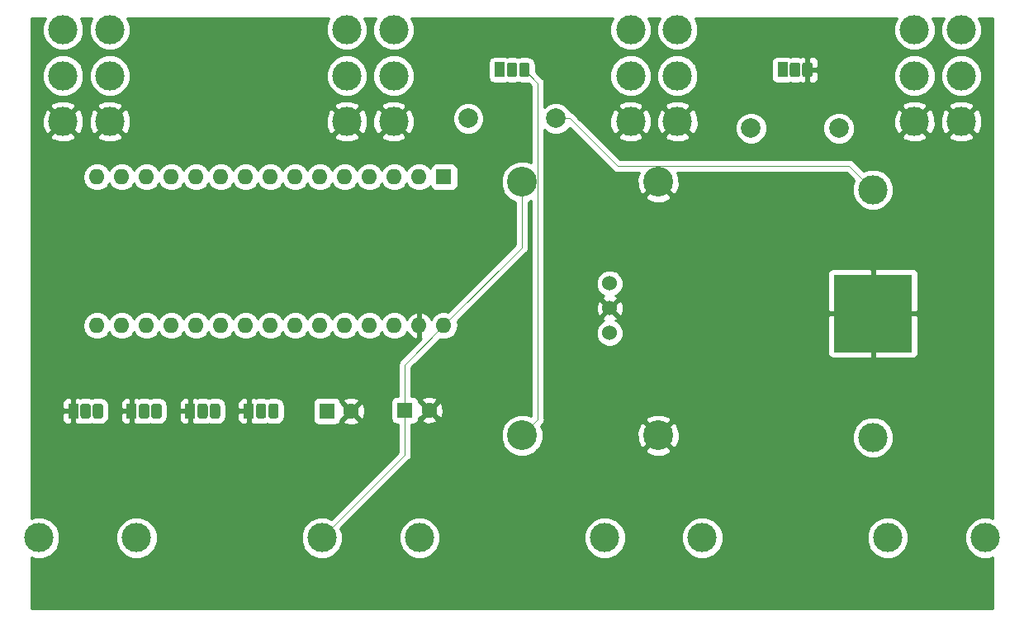
<source format=gbl>
G04 #@! TF.GenerationSoftware,KiCad,Pcbnew,5.0.2-bee76a0~70~ubuntu18.04.1*
G04 #@! TF.CreationDate,2019-01-27T14:50:31+01:00*
G04 #@! TF.ProjectId,magic-switchboard,6d616769-632d-4737-9769-746368626f61,v3*
G04 #@! TF.SameCoordinates,Original*
G04 #@! TF.FileFunction,Copper,L2,Bot*
G04 #@! TF.FilePolarity,Positive*
%FSLAX46Y46*%
G04 Gerber Fmt 4.6, Leading zero omitted, Abs format (unit mm)*
G04 Created by KiCad (PCBNEW 5.0.2-bee76a0~70~ubuntu18.04.1) date So 27 Jan 2019 14:50:31 CET*
%MOMM*%
%LPD*%
G01*
G04 APERTURE LIST*
G04 #@! TA.AperFunction,SMDPad,CuDef*
%ADD10R,8.000000X8.000000*%
G04 #@! TD*
G04 #@! TA.AperFunction,ComponentPad*
%ADD11C,3.000000*%
G04 #@! TD*
G04 #@! TA.AperFunction,ComponentPad*
%ADD12C,3.048000*%
G04 #@! TD*
G04 #@! TA.AperFunction,ComponentPad*
%ADD13O,1.600000X1.600000*%
G04 #@! TD*
G04 #@! TA.AperFunction,ComponentPad*
%ADD14R,1.600000X1.600000*%
G04 #@! TD*
G04 #@! TA.AperFunction,ComponentPad*
%ADD15C,1.600000*%
G04 #@! TD*
G04 #@! TA.AperFunction,ComponentPad*
%ADD16R,1.050000X1.500000*%
G04 #@! TD*
G04 #@! TA.AperFunction,Conductor*
%ADD17C,0.100000*%
G04 #@! TD*
G04 #@! TA.AperFunction,ComponentPad*
%ADD18C,1.050000*%
G04 #@! TD*
G04 #@! TA.AperFunction,ComponentPad*
%ADD19C,2.000000*%
G04 #@! TD*
G04 #@! TA.AperFunction,ComponentPad*
%ADD20C,1.524000*%
G04 #@! TD*
G04 #@! TA.AperFunction,Conductor*
%ADD21C,0.254000*%
G04 #@! TD*
G04 APERTURE END LIST*
D10*
G04 #@! TO.P,BT1,2*
G04 #@! TO.N,GND*
X177000000Y-111000000D03*
D11*
G04 #@! TO.P,BT1,1*
G04 #@! TO.N,Net-(BT1-Pad1)*
X177000000Y-98300000D03*
X177000000Y-123700000D03*
G04 #@! TD*
D12*
G04 #@! TO.P,U1,4*
G04 #@! TO.N,VCC*
X141015000Y-97500000D03*
G04 #@! TO.P,U1,3*
G04 #@! TO.N,GND*
X154985000Y-97500000D03*
G04 #@! TO.P,U1,2*
X154985000Y-123500000D03*
G04 #@! TO.P,U1,1*
G04 #@! TO.N,Net-(C1-Pad1)*
X141015000Y-123500000D03*
G04 #@! TD*
D11*
G04 #@! TO.P,D1,1*
G04 #@! TO.N,Net-(D1-Pad1)*
X188500000Y-134000000D03*
G04 #@! TO.P,D1,2*
G04 #@! TO.N,VCC*
X178500000Y-134000000D03*
G04 #@! TD*
G04 #@! TO.P,D2,1*
G04 #@! TO.N,Net-(D2-Pad1)*
X159500000Y-134000000D03*
G04 #@! TO.P,D2,2*
G04 #@! TO.N,VCC*
X149500000Y-134000000D03*
G04 #@! TD*
G04 #@! TO.P,D3,1*
G04 #@! TO.N,Net-(D3-Pad1)*
X130500000Y-134000000D03*
G04 #@! TO.P,D3,2*
G04 #@! TO.N,VCC*
X120500000Y-134000000D03*
G04 #@! TD*
G04 #@! TO.P,D4,1*
G04 #@! TO.N,Net-(D4-Pad1)*
X101500000Y-134000000D03*
G04 #@! TO.P,D4,2*
G04 #@! TO.N,VCC*
X91500000Y-134000000D03*
G04 #@! TD*
D13*
G04 #@! TO.P,A1,16*
G04 #@! TO.N,N/C*
X97440000Y-112240000D03*
G04 #@! TO.P,A1,15*
X97440000Y-97000000D03*
G04 #@! TO.P,A1,30*
G04 #@! TO.N,VCC*
X133000000Y-112240000D03*
G04 #@! TO.P,A1,14*
G04 #@! TO.N,N/C*
X99980000Y-97000000D03*
G04 #@! TO.P,A1,29*
G04 #@! TO.N,GND*
X130460000Y-112240000D03*
G04 #@! TO.P,A1,13*
G04 #@! TO.N,deadmantrap*
X102520000Y-97000000D03*
G04 #@! TO.P,A1,28*
G04 #@! TO.N,N/C*
X127920000Y-112240000D03*
G04 #@! TO.P,A1,12*
G04 #@! TO.N,Net-(A1-Pad12)*
X105060000Y-97000000D03*
G04 #@! TO.P,A1,27*
G04 #@! TO.N,N/C*
X125380000Y-112240000D03*
G04 #@! TO.P,A1,11*
G04 #@! TO.N,Net-(A1-Pad11)*
X107600000Y-97000000D03*
G04 #@! TO.P,A1,26*
G04 #@! TO.N,N/C*
X122840000Y-112240000D03*
G04 #@! TO.P,A1,10*
G04 #@! TO.N,Net-(A1-Pad10)*
X110140000Y-97000000D03*
G04 #@! TO.P,A1,25*
G04 #@! TO.N,N/C*
X120300000Y-112240000D03*
G04 #@! TO.P,A1,9*
G04 #@! TO.N,Net-(A1-Pad9)*
X112680000Y-97000000D03*
G04 #@! TO.P,A1,24*
G04 #@! TO.N,N/C*
X117760000Y-112240000D03*
G04 #@! TO.P,A1,8*
G04 #@! TO.N,Net-(A1-Pad8)*
X115220000Y-97000000D03*
G04 #@! TO.P,A1,23*
G04 #@! TO.N,N/C*
X115220000Y-112240000D03*
G04 #@! TO.P,A1,7*
G04 #@! TO.N,Net-(A1-Pad7)*
X117760000Y-97000000D03*
G04 #@! TO.P,A1,22*
G04 #@! TO.N,N/C*
X112680000Y-112240000D03*
G04 #@! TO.P,A1,6*
G04 #@! TO.N,Net-(A1-Pad6)*
X120300000Y-97000000D03*
G04 #@! TO.P,A1,21*
G04 #@! TO.N,N/C*
X110140000Y-112240000D03*
G04 #@! TO.P,A1,5*
G04 #@! TO.N,Net-(A1-Pad5)*
X122840000Y-97000000D03*
G04 #@! TO.P,A1,20*
G04 #@! TO.N,N/C*
X107600000Y-112240000D03*
G04 #@! TO.P,A1,4*
X125380000Y-97000000D03*
G04 #@! TO.P,A1,19*
X105060000Y-112240000D03*
G04 #@! TO.P,A1,3*
X127920000Y-97000000D03*
G04 #@! TO.P,A1,18*
X102520000Y-112240000D03*
G04 #@! TO.P,A1,2*
X130460000Y-97000000D03*
G04 #@! TO.P,A1,17*
X99980000Y-112240000D03*
D14*
G04 #@! TO.P,A1,1*
X133000000Y-97000000D03*
G04 #@! TD*
D15*
G04 #@! TO.P,C1,2*
G04 #@! TO.N,GND*
X123500000Y-121000000D03*
D14*
G04 #@! TO.P,C1,1*
G04 #@! TO.N,Net-(C1-Pad1)*
X121000000Y-121000000D03*
G04 #@! TD*
D15*
G04 #@! TO.P,C2,2*
G04 #@! TO.N,GND*
X131500000Y-120900000D03*
D14*
G04 #@! TO.P,C2,1*
G04 #@! TO.N,VCC*
X129000000Y-120900000D03*
G04 #@! TD*
D16*
G04 #@! TO.P,Q1,1*
G04 #@! TO.N,powerswitch*
X167730000Y-86000000D03*
D17*
G04 #@! TD*
G04 #@! TO.N,GND*
G04 #@! TO.C,Q1*
G36*
X170558229Y-85251264D02*
X170583711Y-85255044D01*
X170608700Y-85261303D01*
X170632954Y-85269982D01*
X170656242Y-85280996D01*
X170678337Y-85294239D01*
X170699028Y-85309585D01*
X170718116Y-85326884D01*
X170735415Y-85345972D01*
X170750761Y-85366663D01*
X170764004Y-85388758D01*
X170775018Y-85412046D01*
X170783697Y-85436300D01*
X170789956Y-85461289D01*
X170793736Y-85486771D01*
X170795000Y-85512500D01*
X170795000Y-86487500D01*
X170793736Y-86513229D01*
X170789956Y-86538711D01*
X170783697Y-86563700D01*
X170775018Y-86587954D01*
X170764004Y-86611242D01*
X170750761Y-86633337D01*
X170735415Y-86654028D01*
X170718116Y-86673116D01*
X170699028Y-86690415D01*
X170678337Y-86705761D01*
X170656242Y-86719004D01*
X170632954Y-86730018D01*
X170608700Y-86738697D01*
X170583711Y-86744956D01*
X170558229Y-86748736D01*
X170532500Y-86750000D01*
X170007500Y-86750000D01*
X169981771Y-86748736D01*
X169956289Y-86744956D01*
X169931300Y-86738697D01*
X169907046Y-86730018D01*
X169883758Y-86719004D01*
X169861663Y-86705761D01*
X169840972Y-86690415D01*
X169821884Y-86673116D01*
X169804585Y-86654028D01*
X169789239Y-86633337D01*
X169775996Y-86611242D01*
X169764982Y-86587954D01*
X169756303Y-86563700D01*
X169750044Y-86538711D01*
X169746264Y-86513229D01*
X169745000Y-86487500D01*
X169745000Y-85512500D01*
X169746264Y-85486771D01*
X169750044Y-85461289D01*
X169756303Y-85436300D01*
X169764982Y-85412046D01*
X169775996Y-85388758D01*
X169789239Y-85366663D01*
X169804585Y-85345972D01*
X169821884Y-85326884D01*
X169840972Y-85309585D01*
X169861663Y-85294239D01*
X169883758Y-85280996D01*
X169907046Y-85269982D01*
X169931300Y-85261303D01*
X169956289Y-85255044D01*
X169981771Y-85251264D01*
X170007500Y-85250000D01*
X170532500Y-85250000D01*
X170558229Y-85251264D01*
X170558229Y-85251264D01*
G37*
D18*
G04 #@! TO.P,Q1,3*
G04 #@! TO.N,GND*
X170270000Y-86000000D03*
D17*
G04 #@! TD*
G04 #@! TO.N,Net-(Q1-Pad2)*
G04 #@! TO.C,Q1*
G36*
X169288229Y-85251264D02*
X169313711Y-85255044D01*
X169338700Y-85261303D01*
X169362954Y-85269982D01*
X169386242Y-85280996D01*
X169408337Y-85294239D01*
X169429028Y-85309585D01*
X169448116Y-85326884D01*
X169465415Y-85345972D01*
X169480761Y-85366663D01*
X169494004Y-85388758D01*
X169505018Y-85412046D01*
X169513697Y-85436300D01*
X169519956Y-85461289D01*
X169523736Y-85486771D01*
X169525000Y-85512500D01*
X169525000Y-86487500D01*
X169523736Y-86513229D01*
X169519956Y-86538711D01*
X169513697Y-86563700D01*
X169505018Y-86587954D01*
X169494004Y-86611242D01*
X169480761Y-86633337D01*
X169465415Y-86654028D01*
X169448116Y-86673116D01*
X169429028Y-86690415D01*
X169408337Y-86705761D01*
X169386242Y-86719004D01*
X169362954Y-86730018D01*
X169338700Y-86738697D01*
X169313711Y-86744956D01*
X169288229Y-86748736D01*
X169262500Y-86750000D01*
X168737500Y-86750000D01*
X168711771Y-86748736D01*
X168686289Y-86744956D01*
X168661300Y-86738697D01*
X168637046Y-86730018D01*
X168613758Y-86719004D01*
X168591663Y-86705761D01*
X168570972Y-86690415D01*
X168551884Y-86673116D01*
X168534585Y-86654028D01*
X168519239Y-86633337D01*
X168505996Y-86611242D01*
X168494982Y-86587954D01*
X168486303Y-86563700D01*
X168480044Y-86538711D01*
X168476264Y-86513229D01*
X168475000Y-86487500D01*
X168475000Y-85512500D01*
X168476264Y-85486771D01*
X168480044Y-85461289D01*
X168486303Y-85436300D01*
X168494982Y-85412046D01*
X168505996Y-85388758D01*
X168519239Y-85366663D01*
X168534585Y-85345972D01*
X168551884Y-85326884D01*
X168570972Y-85309585D01*
X168591663Y-85294239D01*
X168613758Y-85280996D01*
X168637046Y-85269982D01*
X168661300Y-85261303D01*
X168686289Y-85255044D01*
X168711771Y-85251264D01*
X168737500Y-85250000D01*
X169262500Y-85250000D01*
X169288229Y-85251264D01*
X169288229Y-85251264D01*
G37*
D18*
G04 #@! TO.P,Q1,2*
G04 #@! TO.N,Net-(Q1-Pad2)*
X169000000Y-86000000D03*
G04 #@! TD*
D16*
G04 #@! TO.P,Q2,1*
G04 #@! TO.N,Net-(BT1-Pad1)*
X138730000Y-86000000D03*
D17*
G04 #@! TD*
G04 #@! TO.N,Net-(C1-Pad1)*
G04 #@! TO.C,Q2*
G36*
X141558229Y-85251264D02*
X141583711Y-85255044D01*
X141608700Y-85261303D01*
X141632954Y-85269982D01*
X141656242Y-85280996D01*
X141678337Y-85294239D01*
X141699028Y-85309585D01*
X141718116Y-85326884D01*
X141735415Y-85345972D01*
X141750761Y-85366663D01*
X141764004Y-85388758D01*
X141775018Y-85412046D01*
X141783697Y-85436300D01*
X141789956Y-85461289D01*
X141793736Y-85486771D01*
X141795000Y-85512500D01*
X141795000Y-86487500D01*
X141793736Y-86513229D01*
X141789956Y-86538711D01*
X141783697Y-86563700D01*
X141775018Y-86587954D01*
X141764004Y-86611242D01*
X141750761Y-86633337D01*
X141735415Y-86654028D01*
X141718116Y-86673116D01*
X141699028Y-86690415D01*
X141678337Y-86705761D01*
X141656242Y-86719004D01*
X141632954Y-86730018D01*
X141608700Y-86738697D01*
X141583711Y-86744956D01*
X141558229Y-86748736D01*
X141532500Y-86750000D01*
X141007500Y-86750000D01*
X140981771Y-86748736D01*
X140956289Y-86744956D01*
X140931300Y-86738697D01*
X140907046Y-86730018D01*
X140883758Y-86719004D01*
X140861663Y-86705761D01*
X140840972Y-86690415D01*
X140821884Y-86673116D01*
X140804585Y-86654028D01*
X140789239Y-86633337D01*
X140775996Y-86611242D01*
X140764982Y-86587954D01*
X140756303Y-86563700D01*
X140750044Y-86538711D01*
X140746264Y-86513229D01*
X140745000Y-86487500D01*
X140745000Y-85512500D01*
X140746264Y-85486771D01*
X140750044Y-85461289D01*
X140756303Y-85436300D01*
X140764982Y-85412046D01*
X140775996Y-85388758D01*
X140789239Y-85366663D01*
X140804585Y-85345972D01*
X140821884Y-85326884D01*
X140840972Y-85309585D01*
X140861663Y-85294239D01*
X140883758Y-85280996D01*
X140907046Y-85269982D01*
X140931300Y-85261303D01*
X140956289Y-85255044D01*
X140981771Y-85251264D01*
X141007500Y-85250000D01*
X141532500Y-85250000D01*
X141558229Y-85251264D01*
X141558229Y-85251264D01*
G37*
D18*
G04 #@! TO.P,Q2,3*
G04 #@! TO.N,Net-(C1-Pad1)*
X141270000Y-86000000D03*
D17*
G04 #@! TD*
G04 #@! TO.N,powerswitch*
G04 #@! TO.C,Q2*
G36*
X140288229Y-85251264D02*
X140313711Y-85255044D01*
X140338700Y-85261303D01*
X140362954Y-85269982D01*
X140386242Y-85280996D01*
X140408337Y-85294239D01*
X140429028Y-85309585D01*
X140448116Y-85326884D01*
X140465415Y-85345972D01*
X140480761Y-85366663D01*
X140494004Y-85388758D01*
X140505018Y-85412046D01*
X140513697Y-85436300D01*
X140519956Y-85461289D01*
X140523736Y-85486771D01*
X140525000Y-85512500D01*
X140525000Y-86487500D01*
X140523736Y-86513229D01*
X140519956Y-86538711D01*
X140513697Y-86563700D01*
X140505018Y-86587954D01*
X140494004Y-86611242D01*
X140480761Y-86633337D01*
X140465415Y-86654028D01*
X140448116Y-86673116D01*
X140429028Y-86690415D01*
X140408337Y-86705761D01*
X140386242Y-86719004D01*
X140362954Y-86730018D01*
X140338700Y-86738697D01*
X140313711Y-86744956D01*
X140288229Y-86748736D01*
X140262500Y-86750000D01*
X139737500Y-86750000D01*
X139711771Y-86748736D01*
X139686289Y-86744956D01*
X139661300Y-86738697D01*
X139637046Y-86730018D01*
X139613758Y-86719004D01*
X139591663Y-86705761D01*
X139570972Y-86690415D01*
X139551884Y-86673116D01*
X139534585Y-86654028D01*
X139519239Y-86633337D01*
X139505996Y-86611242D01*
X139494982Y-86587954D01*
X139486303Y-86563700D01*
X139480044Y-86538711D01*
X139476264Y-86513229D01*
X139475000Y-86487500D01*
X139475000Y-85512500D01*
X139476264Y-85486771D01*
X139480044Y-85461289D01*
X139486303Y-85436300D01*
X139494982Y-85412046D01*
X139505996Y-85388758D01*
X139519239Y-85366663D01*
X139534585Y-85345972D01*
X139551884Y-85326884D01*
X139570972Y-85309585D01*
X139591663Y-85294239D01*
X139613758Y-85280996D01*
X139637046Y-85269982D01*
X139661300Y-85261303D01*
X139686289Y-85255044D01*
X139711771Y-85251264D01*
X139737500Y-85250000D01*
X140262500Y-85250000D01*
X140288229Y-85251264D01*
X140288229Y-85251264D01*
G37*
D18*
G04 #@! TO.P,Q2,2*
G04 #@! TO.N,powerswitch*
X140000000Y-86000000D03*
G04 #@! TD*
D16*
G04 #@! TO.P,Q3,1*
G04 #@! TO.N,GND*
X113000000Y-121000000D03*
D17*
G04 #@! TD*
G04 #@! TO.N,Net-(D1-Pad1)*
G04 #@! TO.C,Q3*
G36*
X115828229Y-120251264D02*
X115853711Y-120255044D01*
X115878700Y-120261303D01*
X115902954Y-120269982D01*
X115926242Y-120280996D01*
X115948337Y-120294239D01*
X115969028Y-120309585D01*
X115988116Y-120326884D01*
X116005415Y-120345972D01*
X116020761Y-120366663D01*
X116034004Y-120388758D01*
X116045018Y-120412046D01*
X116053697Y-120436300D01*
X116059956Y-120461289D01*
X116063736Y-120486771D01*
X116065000Y-120512500D01*
X116065000Y-121487500D01*
X116063736Y-121513229D01*
X116059956Y-121538711D01*
X116053697Y-121563700D01*
X116045018Y-121587954D01*
X116034004Y-121611242D01*
X116020761Y-121633337D01*
X116005415Y-121654028D01*
X115988116Y-121673116D01*
X115969028Y-121690415D01*
X115948337Y-121705761D01*
X115926242Y-121719004D01*
X115902954Y-121730018D01*
X115878700Y-121738697D01*
X115853711Y-121744956D01*
X115828229Y-121748736D01*
X115802500Y-121750000D01*
X115277500Y-121750000D01*
X115251771Y-121748736D01*
X115226289Y-121744956D01*
X115201300Y-121738697D01*
X115177046Y-121730018D01*
X115153758Y-121719004D01*
X115131663Y-121705761D01*
X115110972Y-121690415D01*
X115091884Y-121673116D01*
X115074585Y-121654028D01*
X115059239Y-121633337D01*
X115045996Y-121611242D01*
X115034982Y-121587954D01*
X115026303Y-121563700D01*
X115020044Y-121538711D01*
X115016264Y-121513229D01*
X115015000Y-121487500D01*
X115015000Y-120512500D01*
X115016264Y-120486771D01*
X115020044Y-120461289D01*
X115026303Y-120436300D01*
X115034982Y-120412046D01*
X115045996Y-120388758D01*
X115059239Y-120366663D01*
X115074585Y-120345972D01*
X115091884Y-120326884D01*
X115110972Y-120309585D01*
X115131663Y-120294239D01*
X115153758Y-120280996D01*
X115177046Y-120269982D01*
X115201300Y-120261303D01*
X115226289Y-120255044D01*
X115251771Y-120251264D01*
X115277500Y-120250000D01*
X115802500Y-120250000D01*
X115828229Y-120251264D01*
X115828229Y-120251264D01*
G37*
D18*
G04 #@! TO.P,Q3,3*
G04 #@! TO.N,Net-(D1-Pad1)*
X115540000Y-121000000D03*
D17*
G04 #@! TD*
G04 #@! TO.N,Net-(A1-Pad9)*
G04 #@! TO.C,Q3*
G36*
X114558229Y-120251264D02*
X114583711Y-120255044D01*
X114608700Y-120261303D01*
X114632954Y-120269982D01*
X114656242Y-120280996D01*
X114678337Y-120294239D01*
X114699028Y-120309585D01*
X114718116Y-120326884D01*
X114735415Y-120345972D01*
X114750761Y-120366663D01*
X114764004Y-120388758D01*
X114775018Y-120412046D01*
X114783697Y-120436300D01*
X114789956Y-120461289D01*
X114793736Y-120486771D01*
X114795000Y-120512500D01*
X114795000Y-121487500D01*
X114793736Y-121513229D01*
X114789956Y-121538711D01*
X114783697Y-121563700D01*
X114775018Y-121587954D01*
X114764004Y-121611242D01*
X114750761Y-121633337D01*
X114735415Y-121654028D01*
X114718116Y-121673116D01*
X114699028Y-121690415D01*
X114678337Y-121705761D01*
X114656242Y-121719004D01*
X114632954Y-121730018D01*
X114608700Y-121738697D01*
X114583711Y-121744956D01*
X114558229Y-121748736D01*
X114532500Y-121750000D01*
X114007500Y-121750000D01*
X113981771Y-121748736D01*
X113956289Y-121744956D01*
X113931300Y-121738697D01*
X113907046Y-121730018D01*
X113883758Y-121719004D01*
X113861663Y-121705761D01*
X113840972Y-121690415D01*
X113821884Y-121673116D01*
X113804585Y-121654028D01*
X113789239Y-121633337D01*
X113775996Y-121611242D01*
X113764982Y-121587954D01*
X113756303Y-121563700D01*
X113750044Y-121538711D01*
X113746264Y-121513229D01*
X113745000Y-121487500D01*
X113745000Y-120512500D01*
X113746264Y-120486771D01*
X113750044Y-120461289D01*
X113756303Y-120436300D01*
X113764982Y-120412046D01*
X113775996Y-120388758D01*
X113789239Y-120366663D01*
X113804585Y-120345972D01*
X113821884Y-120326884D01*
X113840972Y-120309585D01*
X113861663Y-120294239D01*
X113883758Y-120280996D01*
X113907046Y-120269982D01*
X113931300Y-120261303D01*
X113956289Y-120255044D01*
X113981771Y-120251264D01*
X114007500Y-120250000D01*
X114532500Y-120250000D01*
X114558229Y-120251264D01*
X114558229Y-120251264D01*
G37*
D18*
G04 #@! TO.P,Q3,2*
G04 #@! TO.N,Net-(A1-Pad9)*
X114270000Y-121000000D03*
G04 #@! TD*
D16*
G04 #@! TO.P,Q4,1*
G04 #@! TO.N,GND*
X107000000Y-121000000D03*
D17*
G04 #@! TD*
G04 #@! TO.N,Net-(D2-Pad1)*
G04 #@! TO.C,Q4*
G36*
X109828229Y-120251264D02*
X109853711Y-120255044D01*
X109878700Y-120261303D01*
X109902954Y-120269982D01*
X109926242Y-120280996D01*
X109948337Y-120294239D01*
X109969028Y-120309585D01*
X109988116Y-120326884D01*
X110005415Y-120345972D01*
X110020761Y-120366663D01*
X110034004Y-120388758D01*
X110045018Y-120412046D01*
X110053697Y-120436300D01*
X110059956Y-120461289D01*
X110063736Y-120486771D01*
X110065000Y-120512500D01*
X110065000Y-121487500D01*
X110063736Y-121513229D01*
X110059956Y-121538711D01*
X110053697Y-121563700D01*
X110045018Y-121587954D01*
X110034004Y-121611242D01*
X110020761Y-121633337D01*
X110005415Y-121654028D01*
X109988116Y-121673116D01*
X109969028Y-121690415D01*
X109948337Y-121705761D01*
X109926242Y-121719004D01*
X109902954Y-121730018D01*
X109878700Y-121738697D01*
X109853711Y-121744956D01*
X109828229Y-121748736D01*
X109802500Y-121750000D01*
X109277500Y-121750000D01*
X109251771Y-121748736D01*
X109226289Y-121744956D01*
X109201300Y-121738697D01*
X109177046Y-121730018D01*
X109153758Y-121719004D01*
X109131663Y-121705761D01*
X109110972Y-121690415D01*
X109091884Y-121673116D01*
X109074585Y-121654028D01*
X109059239Y-121633337D01*
X109045996Y-121611242D01*
X109034982Y-121587954D01*
X109026303Y-121563700D01*
X109020044Y-121538711D01*
X109016264Y-121513229D01*
X109015000Y-121487500D01*
X109015000Y-120512500D01*
X109016264Y-120486771D01*
X109020044Y-120461289D01*
X109026303Y-120436300D01*
X109034982Y-120412046D01*
X109045996Y-120388758D01*
X109059239Y-120366663D01*
X109074585Y-120345972D01*
X109091884Y-120326884D01*
X109110972Y-120309585D01*
X109131663Y-120294239D01*
X109153758Y-120280996D01*
X109177046Y-120269982D01*
X109201300Y-120261303D01*
X109226289Y-120255044D01*
X109251771Y-120251264D01*
X109277500Y-120250000D01*
X109802500Y-120250000D01*
X109828229Y-120251264D01*
X109828229Y-120251264D01*
G37*
D18*
G04 #@! TO.P,Q4,3*
G04 #@! TO.N,Net-(D2-Pad1)*
X109540000Y-121000000D03*
D17*
G04 #@! TD*
G04 #@! TO.N,Net-(A1-Pad10)*
G04 #@! TO.C,Q4*
G36*
X108558229Y-120251264D02*
X108583711Y-120255044D01*
X108608700Y-120261303D01*
X108632954Y-120269982D01*
X108656242Y-120280996D01*
X108678337Y-120294239D01*
X108699028Y-120309585D01*
X108718116Y-120326884D01*
X108735415Y-120345972D01*
X108750761Y-120366663D01*
X108764004Y-120388758D01*
X108775018Y-120412046D01*
X108783697Y-120436300D01*
X108789956Y-120461289D01*
X108793736Y-120486771D01*
X108795000Y-120512500D01*
X108795000Y-121487500D01*
X108793736Y-121513229D01*
X108789956Y-121538711D01*
X108783697Y-121563700D01*
X108775018Y-121587954D01*
X108764004Y-121611242D01*
X108750761Y-121633337D01*
X108735415Y-121654028D01*
X108718116Y-121673116D01*
X108699028Y-121690415D01*
X108678337Y-121705761D01*
X108656242Y-121719004D01*
X108632954Y-121730018D01*
X108608700Y-121738697D01*
X108583711Y-121744956D01*
X108558229Y-121748736D01*
X108532500Y-121750000D01*
X108007500Y-121750000D01*
X107981771Y-121748736D01*
X107956289Y-121744956D01*
X107931300Y-121738697D01*
X107907046Y-121730018D01*
X107883758Y-121719004D01*
X107861663Y-121705761D01*
X107840972Y-121690415D01*
X107821884Y-121673116D01*
X107804585Y-121654028D01*
X107789239Y-121633337D01*
X107775996Y-121611242D01*
X107764982Y-121587954D01*
X107756303Y-121563700D01*
X107750044Y-121538711D01*
X107746264Y-121513229D01*
X107745000Y-121487500D01*
X107745000Y-120512500D01*
X107746264Y-120486771D01*
X107750044Y-120461289D01*
X107756303Y-120436300D01*
X107764982Y-120412046D01*
X107775996Y-120388758D01*
X107789239Y-120366663D01*
X107804585Y-120345972D01*
X107821884Y-120326884D01*
X107840972Y-120309585D01*
X107861663Y-120294239D01*
X107883758Y-120280996D01*
X107907046Y-120269982D01*
X107931300Y-120261303D01*
X107956289Y-120255044D01*
X107981771Y-120251264D01*
X108007500Y-120250000D01*
X108532500Y-120250000D01*
X108558229Y-120251264D01*
X108558229Y-120251264D01*
G37*
D18*
G04 #@! TO.P,Q4,2*
G04 #@! TO.N,Net-(A1-Pad10)*
X108270000Y-121000000D03*
G04 #@! TD*
D16*
G04 #@! TO.P,Q5,1*
G04 #@! TO.N,GND*
X101000000Y-121000000D03*
D17*
G04 #@! TD*
G04 #@! TO.N,Net-(D3-Pad1)*
G04 #@! TO.C,Q5*
G36*
X103828229Y-120251264D02*
X103853711Y-120255044D01*
X103878700Y-120261303D01*
X103902954Y-120269982D01*
X103926242Y-120280996D01*
X103948337Y-120294239D01*
X103969028Y-120309585D01*
X103988116Y-120326884D01*
X104005415Y-120345972D01*
X104020761Y-120366663D01*
X104034004Y-120388758D01*
X104045018Y-120412046D01*
X104053697Y-120436300D01*
X104059956Y-120461289D01*
X104063736Y-120486771D01*
X104065000Y-120512500D01*
X104065000Y-121487500D01*
X104063736Y-121513229D01*
X104059956Y-121538711D01*
X104053697Y-121563700D01*
X104045018Y-121587954D01*
X104034004Y-121611242D01*
X104020761Y-121633337D01*
X104005415Y-121654028D01*
X103988116Y-121673116D01*
X103969028Y-121690415D01*
X103948337Y-121705761D01*
X103926242Y-121719004D01*
X103902954Y-121730018D01*
X103878700Y-121738697D01*
X103853711Y-121744956D01*
X103828229Y-121748736D01*
X103802500Y-121750000D01*
X103277500Y-121750000D01*
X103251771Y-121748736D01*
X103226289Y-121744956D01*
X103201300Y-121738697D01*
X103177046Y-121730018D01*
X103153758Y-121719004D01*
X103131663Y-121705761D01*
X103110972Y-121690415D01*
X103091884Y-121673116D01*
X103074585Y-121654028D01*
X103059239Y-121633337D01*
X103045996Y-121611242D01*
X103034982Y-121587954D01*
X103026303Y-121563700D01*
X103020044Y-121538711D01*
X103016264Y-121513229D01*
X103015000Y-121487500D01*
X103015000Y-120512500D01*
X103016264Y-120486771D01*
X103020044Y-120461289D01*
X103026303Y-120436300D01*
X103034982Y-120412046D01*
X103045996Y-120388758D01*
X103059239Y-120366663D01*
X103074585Y-120345972D01*
X103091884Y-120326884D01*
X103110972Y-120309585D01*
X103131663Y-120294239D01*
X103153758Y-120280996D01*
X103177046Y-120269982D01*
X103201300Y-120261303D01*
X103226289Y-120255044D01*
X103251771Y-120251264D01*
X103277500Y-120250000D01*
X103802500Y-120250000D01*
X103828229Y-120251264D01*
X103828229Y-120251264D01*
G37*
D18*
G04 #@! TO.P,Q5,3*
G04 #@! TO.N,Net-(D3-Pad1)*
X103540000Y-121000000D03*
D17*
G04 #@! TD*
G04 #@! TO.N,Net-(A1-Pad11)*
G04 #@! TO.C,Q5*
G36*
X102558229Y-120251264D02*
X102583711Y-120255044D01*
X102608700Y-120261303D01*
X102632954Y-120269982D01*
X102656242Y-120280996D01*
X102678337Y-120294239D01*
X102699028Y-120309585D01*
X102718116Y-120326884D01*
X102735415Y-120345972D01*
X102750761Y-120366663D01*
X102764004Y-120388758D01*
X102775018Y-120412046D01*
X102783697Y-120436300D01*
X102789956Y-120461289D01*
X102793736Y-120486771D01*
X102795000Y-120512500D01*
X102795000Y-121487500D01*
X102793736Y-121513229D01*
X102789956Y-121538711D01*
X102783697Y-121563700D01*
X102775018Y-121587954D01*
X102764004Y-121611242D01*
X102750761Y-121633337D01*
X102735415Y-121654028D01*
X102718116Y-121673116D01*
X102699028Y-121690415D01*
X102678337Y-121705761D01*
X102656242Y-121719004D01*
X102632954Y-121730018D01*
X102608700Y-121738697D01*
X102583711Y-121744956D01*
X102558229Y-121748736D01*
X102532500Y-121750000D01*
X102007500Y-121750000D01*
X101981771Y-121748736D01*
X101956289Y-121744956D01*
X101931300Y-121738697D01*
X101907046Y-121730018D01*
X101883758Y-121719004D01*
X101861663Y-121705761D01*
X101840972Y-121690415D01*
X101821884Y-121673116D01*
X101804585Y-121654028D01*
X101789239Y-121633337D01*
X101775996Y-121611242D01*
X101764982Y-121587954D01*
X101756303Y-121563700D01*
X101750044Y-121538711D01*
X101746264Y-121513229D01*
X101745000Y-121487500D01*
X101745000Y-120512500D01*
X101746264Y-120486771D01*
X101750044Y-120461289D01*
X101756303Y-120436300D01*
X101764982Y-120412046D01*
X101775996Y-120388758D01*
X101789239Y-120366663D01*
X101804585Y-120345972D01*
X101821884Y-120326884D01*
X101840972Y-120309585D01*
X101861663Y-120294239D01*
X101883758Y-120280996D01*
X101907046Y-120269982D01*
X101931300Y-120261303D01*
X101956289Y-120255044D01*
X101981771Y-120251264D01*
X102007500Y-120250000D01*
X102532500Y-120250000D01*
X102558229Y-120251264D01*
X102558229Y-120251264D01*
G37*
D18*
G04 #@! TO.P,Q5,2*
G04 #@! TO.N,Net-(A1-Pad11)*
X102270000Y-121000000D03*
G04 #@! TD*
D16*
G04 #@! TO.P,Q6,1*
G04 #@! TO.N,GND*
X95000000Y-121000000D03*
D17*
G04 #@! TD*
G04 #@! TO.N,Net-(D4-Pad1)*
G04 #@! TO.C,Q6*
G36*
X97828229Y-120251264D02*
X97853711Y-120255044D01*
X97878700Y-120261303D01*
X97902954Y-120269982D01*
X97926242Y-120280996D01*
X97948337Y-120294239D01*
X97969028Y-120309585D01*
X97988116Y-120326884D01*
X98005415Y-120345972D01*
X98020761Y-120366663D01*
X98034004Y-120388758D01*
X98045018Y-120412046D01*
X98053697Y-120436300D01*
X98059956Y-120461289D01*
X98063736Y-120486771D01*
X98065000Y-120512500D01*
X98065000Y-121487500D01*
X98063736Y-121513229D01*
X98059956Y-121538711D01*
X98053697Y-121563700D01*
X98045018Y-121587954D01*
X98034004Y-121611242D01*
X98020761Y-121633337D01*
X98005415Y-121654028D01*
X97988116Y-121673116D01*
X97969028Y-121690415D01*
X97948337Y-121705761D01*
X97926242Y-121719004D01*
X97902954Y-121730018D01*
X97878700Y-121738697D01*
X97853711Y-121744956D01*
X97828229Y-121748736D01*
X97802500Y-121750000D01*
X97277500Y-121750000D01*
X97251771Y-121748736D01*
X97226289Y-121744956D01*
X97201300Y-121738697D01*
X97177046Y-121730018D01*
X97153758Y-121719004D01*
X97131663Y-121705761D01*
X97110972Y-121690415D01*
X97091884Y-121673116D01*
X97074585Y-121654028D01*
X97059239Y-121633337D01*
X97045996Y-121611242D01*
X97034982Y-121587954D01*
X97026303Y-121563700D01*
X97020044Y-121538711D01*
X97016264Y-121513229D01*
X97015000Y-121487500D01*
X97015000Y-120512500D01*
X97016264Y-120486771D01*
X97020044Y-120461289D01*
X97026303Y-120436300D01*
X97034982Y-120412046D01*
X97045996Y-120388758D01*
X97059239Y-120366663D01*
X97074585Y-120345972D01*
X97091884Y-120326884D01*
X97110972Y-120309585D01*
X97131663Y-120294239D01*
X97153758Y-120280996D01*
X97177046Y-120269982D01*
X97201300Y-120261303D01*
X97226289Y-120255044D01*
X97251771Y-120251264D01*
X97277500Y-120250000D01*
X97802500Y-120250000D01*
X97828229Y-120251264D01*
X97828229Y-120251264D01*
G37*
D18*
G04 #@! TO.P,Q6,3*
G04 #@! TO.N,Net-(D4-Pad1)*
X97540000Y-121000000D03*
D17*
G04 #@! TD*
G04 #@! TO.N,Net-(A1-Pad12)*
G04 #@! TO.C,Q6*
G36*
X96558229Y-120251264D02*
X96583711Y-120255044D01*
X96608700Y-120261303D01*
X96632954Y-120269982D01*
X96656242Y-120280996D01*
X96678337Y-120294239D01*
X96699028Y-120309585D01*
X96718116Y-120326884D01*
X96735415Y-120345972D01*
X96750761Y-120366663D01*
X96764004Y-120388758D01*
X96775018Y-120412046D01*
X96783697Y-120436300D01*
X96789956Y-120461289D01*
X96793736Y-120486771D01*
X96795000Y-120512500D01*
X96795000Y-121487500D01*
X96793736Y-121513229D01*
X96789956Y-121538711D01*
X96783697Y-121563700D01*
X96775018Y-121587954D01*
X96764004Y-121611242D01*
X96750761Y-121633337D01*
X96735415Y-121654028D01*
X96718116Y-121673116D01*
X96699028Y-121690415D01*
X96678337Y-121705761D01*
X96656242Y-121719004D01*
X96632954Y-121730018D01*
X96608700Y-121738697D01*
X96583711Y-121744956D01*
X96558229Y-121748736D01*
X96532500Y-121750000D01*
X96007500Y-121750000D01*
X95981771Y-121748736D01*
X95956289Y-121744956D01*
X95931300Y-121738697D01*
X95907046Y-121730018D01*
X95883758Y-121719004D01*
X95861663Y-121705761D01*
X95840972Y-121690415D01*
X95821884Y-121673116D01*
X95804585Y-121654028D01*
X95789239Y-121633337D01*
X95775996Y-121611242D01*
X95764982Y-121587954D01*
X95756303Y-121563700D01*
X95750044Y-121538711D01*
X95746264Y-121513229D01*
X95745000Y-121487500D01*
X95745000Y-120512500D01*
X95746264Y-120486771D01*
X95750044Y-120461289D01*
X95756303Y-120436300D01*
X95764982Y-120412046D01*
X95775996Y-120388758D01*
X95789239Y-120366663D01*
X95804585Y-120345972D01*
X95821884Y-120326884D01*
X95840972Y-120309585D01*
X95861663Y-120294239D01*
X95883758Y-120280996D01*
X95907046Y-120269982D01*
X95931300Y-120261303D01*
X95956289Y-120255044D01*
X95981771Y-120251264D01*
X96007500Y-120250000D01*
X96532500Y-120250000D01*
X96558229Y-120251264D01*
X96558229Y-120251264D01*
G37*
D18*
G04 #@! TO.P,Q6,2*
G04 #@! TO.N,Net-(A1-Pad12)*
X96270000Y-121000000D03*
G04 #@! TD*
D19*
G04 #@! TO.P,R1,1*
G04 #@! TO.N,Net-(Q1-Pad2)*
X173500000Y-92000000D03*
G04 #@! TO.P,R1,2*
G04 #@! TO.N,deadmantrap*
X164500000Y-92000000D03*
G04 #@! TD*
G04 #@! TO.P,R2,1*
G04 #@! TO.N,powerswitch*
X135500000Y-91000000D03*
G04 #@! TO.P,R2,2*
G04 #@! TO.N,Net-(BT1-Pad1)*
X144500000Y-91000000D03*
G04 #@! TD*
D11*
G04 #@! TO.P,S1,5*
G04 #@! TO.N,powerswitch*
X98750000Y-86600000D03*
G04 #@! TO.P,S1,6*
G04 #@! TO.N,GND*
X98750000Y-91300000D03*
G04 #@! TO.P,S1,4*
G04 #@! TO.N,N/C*
X98750000Y-81900000D03*
G04 #@! TO.P,S1,3*
G04 #@! TO.N,GND*
X93950000Y-91300000D03*
G04 #@! TO.P,S1,2*
G04 #@! TO.N,Net-(A1-Pad5)*
X93950000Y-86600000D03*
G04 #@! TO.P,S1,1*
G04 #@! TO.N,VCC*
X93950000Y-81900000D03*
G04 #@! TD*
G04 #@! TO.P,S2,5*
G04 #@! TO.N,powerswitch*
X127850000Y-86600000D03*
G04 #@! TO.P,S2,6*
G04 #@! TO.N,GND*
X127850000Y-91300000D03*
G04 #@! TO.P,S2,4*
G04 #@! TO.N,N/C*
X127850000Y-81900000D03*
G04 #@! TO.P,S2,3*
G04 #@! TO.N,GND*
X123050000Y-91300000D03*
G04 #@! TO.P,S2,2*
G04 #@! TO.N,Net-(A1-Pad6)*
X123050000Y-86600000D03*
G04 #@! TO.P,S2,1*
G04 #@! TO.N,VCC*
X123050000Y-81900000D03*
G04 #@! TD*
G04 #@! TO.P,S3,5*
G04 #@! TO.N,powerswitch*
X156950000Y-86600000D03*
G04 #@! TO.P,S3,6*
G04 #@! TO.N,GND*
X156950000Y-91300000D03*
G04 #@! TO.P,S3,4*
G04 #@! TO.N,N/C*
X156950000Y-81900000D03*
G04 #@! TO.P,S3,3*
G04 #@! TO.N,GND*
X152150000Y-91300000D03*
G04 #@! TO.P,S3,2*
G04 #@! TO.N,Net-(A1-Pad7)*
X152150000Y-86600000D03*
G04 #@! TO.P,S3,1*
G04 #@! TO.N,VCC*
X152150000Y-81900000D03*
G04 #@! TD*
G04 #@! TO.P,S4,5*
G04 #@! TO.N,powerswitch*
X186050000Y-86600000D03*
G04 #@! TO.P,S4,6*
G04 #@! TO.N,GND*
X186050000Y-91300000D03*
G04 #@! TO.P,S4,4*
G04 #@! TO.N,N/C*
X186050000Y-81900000D03*
G04 #@! TO.P,S4,3*
G04 #@! TO.N,GND*
X181250000Y-91300000D03*
G04 #@! TO.P,S4,2*
G04 #@! TO.N,Net-(A1-Pad8)*
X181250000Y-86600000D03*
G04 #@! TO.P,S4,1*
G04 #@! TO.N,VCC*
X181250000Y-81900000D03*
G04 #@! TD*
D20*
G04 #@! TO.P,U2,1*
G04 #@! TO.N,Net-(C1-Pad1)*
X150000000Y-113000000D03*
G04 #@! TO.P,U2,2*
G04 #@! TO.N,GND*
X150000000Y-110460000D03*
G04 #@! TO.P,U2,3*
G04 #@! TO.N,VCC*
X150000000Y-107920000D03*
G04 #@! TD*
D17*
G04 #@! TO.N,VCC*
X129000000Y-116240000D02*
X133000000Y-112240000D01*
X129000000Y-120900000D02*
X129000000Y-116240000D01*
X141015000Y-104225000D02*
X141015000Y-97800000D01*
X133000000Y-112240000D02*
X141015000Y-104225000D01*
X129000000Y-125500000D02*
X120500000Y-134000000D01*
X129000000Y-120900000D02*
X129000000Y-125500000D01*
G04 #@! TO.N,Net-(BT1-Pad1)*
X175500001Y-96800001D02*
X177000000Y-98300000D01*
X174575999Y-95875999D02*
X175500001Y-96800001D01*
X150790212Y-95875999D02*
X174575999Y-95875999D01*
X145914213Y-91000000D02*
X150790212Y-95875999D01*
X144500000Y-91000000D02*
X145914213Y-91000000D01*
G04 #@! TO.N,Net-(C1-Pad1)*
X142639001Y-121875999D02*
X142538999Y-121976001D01*
X142639001Y-87369001D02*
X142639001Y-121875999D01*
X142538999Y-121976001D02*
X141015000Y-123500000D01*
X141270000Y-86000000D02*
X142639001Y-87369001D01*
G04 #@! TD*
D21*
G04 #@! TO.N,GND*
G36*
X91815000Y-81475322D02*
X91815000Y-82324678D01*
X92140034Y-83109380D01*
X92740620Y-83709966D01*
X93525322Y-84035000D01*
X94374678Y-84035000D01*
X95159380Y-83709966D01*
X95759966Y-83109380D01*
X96085000Y-82324678D01*
X96085000Y-81475322D01*
X95767993Y-80710000D01*
X96932007Y-80710000D01*
X96615000Y-81475322D01*
X96615000Y-82324678D01*
X96940034Y-83109380D01*
X97540620Y-83709966D01*
X98325322Y-84035000D01*
X99174678Y-84035000D01*
X99959380Y-83709966D01*
X100559966Y-83109380D01*
X100885000Y-82324678D01*
X100885000Y-81475322D01*
X100567993Y-80710000D01*
X121232007Y-80710000D01*
X120915000Y-81475322D01*
X120915000Y-82324678D01*
X121240034Y-83109380D01*
X121840620Y-83709966D01*
X122625322Y-84035000D01*
X123474678Y-84035000D01*
X124259380Y-83709966D01*
X124859966Y-83109380D01*
X125185000Y-82324678D01*
X125185000Y-81475322D01*
X124867993Y-80710000D01*
X126032007Y-80710000D01*
X125715000Y-81475322D01*
X125715000Y-82324678D01*
X126040034Y-83109380D01*
X126640620Y-83709966D01*
X127425322Y-84035000D01*
X128274678Y-84035000D01*
X129059380Y-83709966D01*
X129659966Y-83109380D01*
X129985000Y-82324678D01*
X129985000Y-81475322D01*
X129667993Y-80710000D01*
X150332007Y-80710000D01*
X150015000Y-81475322D01*
X150015000Y-82324678D01*
X150340034Y-83109380D01*
X150940620Y-83709966D01*
X151725322Y-84035000D01*
X152574678Y-84035000D01*
X153359380Y-83709966D01*
X153959966Y-83109380D01*
X154285000Y-82324678D01*
X154285000Y-81475322D01*
X153967993Y-80710000D01*
X155132007Y-80710000D01*
X154815000Y-81475322D01*
X154815000Y-82324678D01*
X155140034Y-83109380D01*
X155740620Y-83709966D01*
X156525322Y-84035000D01*
X157374678Y-84035000D01*
X158159380Y-83709966D01*
X158759966Y-83109380D01*
X159085000Y-82324678D01*
X159085000Y-81475322D01*
X158767993Y-80710000D01*
X179432007Y-80710000D01*
X179115000Y-81475322D01*
X179115000Y-82324678D01*
X179440034Y-83109380D01*
X180040620Y-83709966D01*
X180825322Y-84035000D01*
X181674678Y-84035000D01*
X182459380Y-83709966D01*
X183059966Y-83109380D01*
X183385000Y-82324678D01*
X183385000Y-81475322D01*
X183067993Y-80710000D01*
X184232007Y-80710000D01*
X183915000Y-81475322D01*
X183915000Y-82324678D01*
X184240034Y-83109380D01*
X184840620Y-83709966D01*
X185625322Y-84035000D01*
X186474678Y-84035000D01*
X187259380Y-83709966D01*
X187859966Y-83109380D01*
X188185000Y-82324678D01*
X188185000Y-81475322D01*
X187867993Y-80710000D01*
X189290001Y-80710000D01*
X189290000Y-132016321D01*
X188924678Y-131865000D01*
X188075322Y-131865000D01*
X187290620Y-132190034D01*
X186690034Y-132790620D01*
X186365000Y-133575322D01*
X186365000Y-134424678D01*
X186690034Y-135209380D01*
X187290620Y-135809966D01*
X188075322Y-136135000D01*
X188924678Y-136135000D01*
X189290000Y-135983679D01*
X189290000Y-141290000D01*
X90710000Y-141290000D01*
X90710000Y-135983679D01*
X91075322Y-136135000D01*
X91924678Y-136135000D01*
X92709380Y-135809966D01*
X93309966Y-135209380D01*
X93635000Y-134424678D01*
X93635000Y-133575322D01*
X99365000Y-133575322D01*
X99365000Y-134424678D01*
X99690034Y-135209380D01*
X100290620Y-135809966D01*
X101075322Y-136135000D01*
X101924678Y-136135000D01*
X102709380Y-135809966D01*
X103309966Y-135209380D01*
X103635000Y-134424678D01*
X103635000Y-133575322D01*
X118365000Y-133575322D01*
X118365000Y-134424678D01*
X118690034Y-135209380D01*
X119290620Y-135809966D01*
X120075322Y-136135000D01*
X120924678Y-136135000D01*
X121709380Y-135809966D01*
X122309966Y-135209380D01*
X122635000Y-134424678D01*
X122635000Y-133575322D01*
X128365000Y-133575322D01*
X128365000Y-134424678D01*
X128690034Y-135209380D01*
X129290620Y-135809966D01*
X130075322Y-136135000D01*
X130924678Y-136135000D01*
X131709380Y-135809966D01*
X132309966Y-135209380D01*
X132635000Y-134424678D01*
X132635000Y-133575322D01*
X147365000Y-133575322D01*
X147365000Y-134424678D01*
X147690034Y-135209380D01*
X148290620Y-135809966D01*
X149075322Y-136135000D01*
X149924678Y-136135000D01*
X150709380Y-135809966D01*
X151309966Y-135209380D01*
X151635000Y-134424678D01*
X151635000Y-133575322D01*
X157365000Y-133575322D01*
X157365000Y-134424678D01*
X157690034Y-135209380D01*
X158290620Y-135809966D01*
X159075322Y-136135000D01*
X159924678Y-136135000D01*
X160709380Y-135809966D01*
X161309966Y-135209380D01*
X161635000Y-134424678D01*
X161635000Y-133575322D01*
X176365000Y-133575322D01*
X176365000Y-134424678D01*
X176690034Y-135209380D01*
X177290620Y-135809966D01*
X178075322Y-136135000D01*
X178924678Y-136135000D01*
X179709380Y-135809966D01*
X180309966Y-135209380D01*
X180635000Y-134424678D01*
X180635000Y-133575322D01*
X180309966Y-132790620D01*
X179709380Y-132190034D01*
X178924678Y-131865000D01*
X178075322Y-131865000D01*
X177290620Y-132190034D01*
X176690034Y-132790620D01*
X176365000Y-133575322D01*
X161635000Y-133575322D01*
X161309966Y-132790620D01*
X160709380Y-132190034D01*
X159924678Y-131865000D01*
X159075322Y-131865000D01*
X158290620Y-132190034D01*
X157690034Y-132790620D01*
X157365000Y-133575322D01*
X151635000Y-133575322D01*
X151309966Y-132790620D01*
X150709380Y-132190034D01*
X149924678Y-131865000D01*
X149075322Y-131865000D01*
X148290620Y-132190034D01*
X147690034Y-132790620D01*
X147365000Y-133575322D01*
X132635000Y-133575322D01*
X132309966Y-132790620D01*
X131709380Y-132190034D01*
X130924678Y-131865000D01*
X130075322Y-131865000D01*
X129290620Y-132190034D01*
X128690034Y-132790620D01*
X128365000Y-133575322D01*
X122635000Y-133575322D01*
X122417794Y-133050941D01*
X129436664Y-126032072D01*
X129493857Y-125993857D01*
X129645255Y-125767273D01*
X129685000Y-125567462D01*
X129685000Y-125567461D01*
X129698419Y-125500001D01*
X129685000Y-125432540D01*
X129685000Y-122347440D01*
X129800000Y-122347440D01*
X130047765Y-122298157D01*
X130257809Y-122157809D01*
X130398157Y-121947765D01*
X130406117Y-121907745D01*
X130671861Y-121907745D01*
X130745995Y-122153864D01*
X131283223Y-122346965D01*
X131853454Y-122319778D01*
X132254005Y-122153864D01*
X132328139Y-121907745D01*
X131500000Y-121079605D01*
X130671861Y-121907745D01*
X130406117Y-121907745D01*
X130444693Y-121713813D01*
X130492255Y-121728139D01*
X131320395Y-120900000D01*
X131679605Y-120900000D01*
X132507745Y-121728139D01*
X132753864Y-121654005D01*
X132946965Y-121116777D01*
X132919778Y-120546546D01*
X132753864Y-120145995D01*
X132507745Y-120071861D01*
X131679605Y-120900000D01*
X131320395Y-120900000D01*
X130492255Y-120071861D01*
X130444693Y-120086187D01*
X130406118Y-119892255D01*
X130671861Y-119892255D01*
X131500000Y-120720395D01*
X132328139Y-119892255D01*
X132254005Y-119646136D01*
X131716777Y-119453035D01*
X131146546Y-119480222D01*
X130745995Y-119646136D01*
X130671861Y-119892255D01*
X130406118Y-119892255D01*
X130398157Y-119852235D01*
X130257809Y-119642191D01*
X130047765Y-119501843D01*
X129800000Y-119452560D01*
X129685000Y-119452560D01*
X129685000Y-116523735D01*
X132587645Y-113621090D01*
X132858667Y-113675000D01*
X133141333Y-113675000D01*
X133559909Y-113591740D01*
X134034577Y-113274577D01*
X134351740Y-112799909D01*
X134463113Y-112240000D01*
X134381090Y-111827645D01*
X141451669Y-104757068D01*
X141508856Y-104718857D01*
X141547068Y-104661669D01*
X141547071Y-104661666D01*
X141660254Y-104492274D01*
X141660255Y-104492273D01*
X141700000Y-104292462D01*
X141700000Y-104292461D01*
X141713419Y-104225000D01*
X141700000Y-104157540D01*
X141700000Y-99553149D01*
X141954001Y-99447938D01*
X141954002Y-121552063D01*
X141444452Y-121341000D01*
X140585548Y-121341000D01*
X139792025Y-121669688D01*
X139184688Y-122277025D01*
X138856000Y-123070548D01*
X138856000Y-123929452D01*
X139184688Y-124722975D01*
X139792025Y-125330312D01*
X140585548Y-125659000D01*
X141444452Y-125659000D01*
X142237975Y-125330312D01*
X142536980Y-125031307D01*
X153633298Y-125031307D01*
X153796011Y-125352568D01*
X154595464Y-125666556D01*
X155454221Y-125650706D01*
X156173989Y-125352568D01*
X156336702Y-125031307D01*
X154985000Y-123679605D01*
X153633298Y-125031307D01*
X142536980Y-125031307D01*
X142845312Y-124722975D01*
X143174000Y-123929452D01*
X143174000Y-123110464D01*
X152818444Y-123110464D01*
X152834294Y-123969221D01*
X153132432Y-124688989D01*
X153453693Y-124851702D01*
X154805395Y-123500000D01*
X155164605Y-123500000D01*
X156516307Y-124851702D01*
X156837568Y-124688989D01*
X157151556Y-123889536D01*
X157140220Y-123275322D01*
X174865000Y-123275322D01*
X174865000Y-124124678D01*
X175190034Y-124909380D01*
X175790620Y-125509966D01*
X176575322Y-125835000D01*
X177424678Y-125835000D01*
X178209380Y-125509966D01*
X178809966Y-124909380D01*
X179135000Y-124124678D01*
X179135000Y-123275322D01*
X178809966Y-122490620D01*
X178209380Y-121890034D01*
X177424678Y-121565000D01*
X176575322Y-121565000D01*
X175790620Y-121890034D01*
X175190034Y-122490620D01*
X174865000Y-123275322D01*
X157140220Y-123275322D01*
X157135706Y-123030779D01*
X156837568Y-122311011D01*
X156516307Y-122148298D01*
X155164605Y-123500000D01*
X154805395Y-123500000D01*
X153453693Y-122148298D01*
X153132432Y-122311011D01*
X152818444Y-123110464D01*
X143174000Y-123110464D01*
X143174000Y-123070548D01*
X142951163Y-122532573D01*
X143071069Y-122412667D01*
X143071071Y-122412664D01*
X143075662Y-122408073D01*
X143132858Y-122369856D01*
X143284256Y-122143272D01*
X143318982Y-121968693D01*
X153633298Y-121968693D01*
X154985000Y-123320395D01*
X156336702Y-121968693D01*
X156173989Y-121647432D01*
X155374536Y-121333444D01*
X154515779Y-121349294D01*
X153796011Y-121647432D01*
X153633298Y-121968693D01*
X143318982Y-121968693D01*
X143324001Y-121943461D01*
X143324001Y-121943460D01*
X143337420Y-121876000D01*
X143324001Y-121808539D01*
X143324001Y-112722119D01*
X148603000Y-112722119D01*
X148603000Y-113277881D01*
X148815680Y-113791337D01*
X149208663Y-114184320D01*
X149722119Y-114397000D01*
X150277881Y-114397000D01*
X150791337Y-114184320D01*
X151184320Y-113791337D01*
X151397000Y-113277881D01*
X151397000Y-112722119D01*
X151184320Y-112208663D01*
X150791337Y-111815680D01*
X150600353Y-111736572D01*
X150731143Y-111682397D01*
X150800608Y-111440213D01*
X150646145Y-111285750D01*
X172365000Y-111285750D01*
X172365000Y-115126309D01*
X172461673Y-115359698D01*
X172640301Y-115538327D01*
X172873690Y-115635000D01*
X176714250Y-115635000D01*
X176873000Y-115476250D01*
X176873000Y-111127000D01*
X177127000Y-111127000D01*
X177127000Y-115476250D01*
X177285750Y-115635000D01*
X181126310Y-115635000D01*
X181359699Y-115538327D01*
X181538327Y-115359698D01*
X181635000Y-115126309D01*
X181635000Y-111285750D01*
X181476250Y-111127000D01*
X177127000Y-111127000D01*
X176873000Y-111127000D01*
X172523750Y-111127000D01*
X172365000Y-111285750D01*
X150646145Y-111285750D01*
X150000000Y-110639605D01*
X149199392Y-111440213D01*
X149268857Y-111682397D01*
X149409393Y-111732535D01*
X149208663Y-111815680D01*
X148815680Y-112208663D01*
X148603000Y-112722119D01*
X143324001Y-112722119D01*
X143324001Y-110252302D01*
X148590856Y-110252302D01*
X148618638Y-110807368D01*
X148777603Y-111191143D01*
X149019787Y-111260608D01*
X149820395Y-110460000D01*
X150179605Y-110460000D01*
X150980213Y-111260608D01*
X151222397Y-111191143D01*
X151409144Y-110667698D01*
X151381362Y-110112632D01*
X151222397Y-109728857D01*
X150980213Y-109659392D01*
X150179605Y-110460000D01*
X149820395Y-110460000D01*
X149019787Y-109659392D01*
X148777603Y-109728857D01*
X148590856Y-110252302D01*
X143324001Y-110252302D01*
X143324001Y-107642119D01*
X148603000Y-107642119D01*
X148603000Y-108197881D01*
X148815680Y-108711337D01*
X149208663Y-109104320D01*
X149399647Y-109183428D01*
X149268857Y-109237603D01*
X149199392Y-109479787D01*
X150000000Y-110280395D01*
X150800608Y-109479787D01*
X150731143Y-109237603D01*
X150590607Y-109187465D01*
X150791337Y-109104320D01*
X151184320Y-108711337D01*
X151397000Y-108197881D01*
X151397000Y-107642119D01*
X151184320Y-107128663D01*
X150929348Y-106873691D01*
X172365000Y-106873691D01*
X172365000Y-110714250D01*
X172523750Y-110873000D01*
X176873000Y-110873000D01*
X176873000Y-106523750D01*
X177127000Y-106523750D01*
X177127000Y-110873000D01*
X181476250Y-110873000D01*
X181635000Y-110714250D01*
X181635000Y-106873691D01*
X181538327Y-106640302D01*
X181359699Y-106461673D01*
X181126310Y-106365000D01*
X177285750Y-106365000D01*
X177127000Y-106523750D01*
X176873000Y-106523750D01*
X176714250Y-106365000D01*
X172873690Y-106365000D01*
X172640301Y-106461673D01*
X172461673Y-106640302D01*
X172365000Y-106873691D01*
X150929348Y-106873691D01*
X150791337Y-106735680D01*
X150277881Y-106523000D01*
X149722119Y-106523000D01*
X149208663Y-106735680D01*
X148815680Y-107128663D01*
X148603000Y-107642119D01*
X143324001Y-107642119D01*
X143324001Y-99031307D01*
X153633298Y-99031307D01*
X153796011Y-99352568D01*
X154595464Y-99666556D01*
X155454221Y-99650706D01*
X156173989Y-99352568D01*
X156336702Y-99031307D01*
X154985000Y-97679605D01*
X153633298Y-99031307D01*
X143324001Y-99031307D01*
X143324001Y-92136240D01*
X143573847Y-92386086D01*
X144174778Y-92635000D01*
X144825222Y-92635000D01*
X145426153Y-92386086D01*
X145878858Y-91933381D01*
X150258142Y-96312666D01*
X150296355Y-96369856D01*
X150353545Y-96408069D01*
X150353546Y-96408070D01*
X150439775Y-96465686D01*
X150522939Y-96521254D01*
X150722750Y-96560999D01*
X150722751Y-96560999D01*
X150790212Y-96574418D01*
X150857672Y-96560999D01*
X153034248Y-96560999D01*
X152818444Y-97110464D01*
X152834294Y-97969221D01*
X153132432Y-98688989D01*
X153453693Y-98851702D01*
X154805395Y-97500000D01*
X154791253Y-97485858D01*
X154970858Y-97306253D01*
X154985000Y-97320395D01*
X154999143Y-97306253D01*
X155178748Y-97485858D01*
X155164605Y-97500000D01*
X156516307Y-98851702D01*
X156837568Y-98688989D01*
X157151556Y-97889536D01*
X157135706Y-97030779D01*
X156941117Y-96560999D01*
X174292264Y-96560999D01*
X175063335Y-97332071D01*
X175063338Y-97332073D01*
X175082206Y-97350941D01*
X174865000Y-97875322D01*
X174865000Y-98724678D01*
X175190034Y-99509380D01*
X175790620Y-100109966D01*
X176575322Y-100435000D01*
X177424678Y-100435000D01*
X178209380Y-100109966D01*
X178809966Y-99509380D01*
X179135000Y-98724678D01*
X179135000Y-97875322D01*
X178809966Y-97090620D01*
X178209380Y-96490034D01*
X177424678Y-96165000D01*
X176575322Y-96165000D01*
X176050941Y-96382206D01*
X176032073Y-96363338D01*
X176032071Y-96363335D01*
X175108073Y-95439338D01*
X175069856Y-95382142D01*
X174843272Y-95230744D01*
X174643461Y-95190999D01*
X174643459Y-95190999D01*
X174575999Y-95177580D01*
X174508539Y-95190999D01*
X151073949Y-95190999D01*
X148696920Y-92813970D01*
X150815635Y-92813970D01*
X150975418Y-93132739D01*
X151766187Y-93442723D01*
X152615387Y-93426497D01*
X153324582Y-93132739D01*
X153484365Y-92813970D01*
X155615635Y-92813970D01*
X155775418Y-93132739D01*
X156566187Y-93442723D01*
X157415387Y-93426497D01*
X158124582Y-93132739D01*
X158284365Y-92813970D01*
X156950000Y-91479605D01*
X155615635Y-92813970D01*
X153484365Y-92813970D01*
X152150000Y-91479605D01*
X150815635Y-92813970D01*
X148696920Y-92813970D01*
X146799136Y-90916187D01*
X150007277Y-90916187D01*
X150023503Y-91765387D01*
X150317261Y-92474582D01*
X150636030Y-92634365D01*
X151970395Y-91300000D01*
X152329605Y-91300000D01*
X153663970Y-92634365D01*
X153982739Y-92474582D01*
X154292723Y-91683813D01*
X154278056Y-90916187D01*
X154807277Y-90916187D01*
X154823503Y-91765387D01*
X155117261Y-92474582D01*
X155436030Y-92634365D01*
X156770395Y-91300000D01*
X157129605Y-91300000D01*
X158463970Y-92634365D01*
X158782739Y-92474582D01*
X159092723Y-91683813D01*
X159092551Y-91674778D01*
X162865000Y-91674778D01*
X162865000Y-92325222D01*
X163113914Y-92926153D01*
X163573847Y-93386086D01*
X164174778Y-93635000D01*
X164825222Y-93635000D01*
X165426153Y-93386086D01*
X165886086Y-92926153D01*
X166135000Y-92325222D01*
X166135000Y-91674778D01*
X171865000Y-91674778D01*
X171865000Y-92325222D01*
X172113914Y-92926153D01*
X172573847Y-93386086D01*
X173174778Y-93635000D01*
X173825222Y-93635000D01*
X174426153Y-93386086D01*
X174886086Y-92926153D01*
X174932553Y-92813970D01*
X179915635Y-92813970D01*
X180075418Y-93132739D01*
X180866187Y-93442723D01*
X181715387Y-93426497D01*
X182424582Y-93132739D01*
X182584365Y-92813970D01*
X184715635Y-92813970D01*
X184875418Y-93132739D01*
X185666187Y-93442723D01*
X186515387Y-93426497D01*
X187224582Y-93132739D01*
X187384365Y-92813970D01*
X186050000Y-91479605D01*
X184715635Y-92813970D01*
X182584365Y-92813970D01*
X181250000Y-91479605D01*
X179915635Y-92813970D01*
X174932553Y-92813970D01*
X175135000Y-92325222D01*
X175135000Y-91674778D01*
X174886086Y-91073847D01*
X174728426Y-90916187D01*
X179107277Y-90916187D01*
X179123503Y-91765387D01*
X179417261Y-92474582D01*
X179736030Y-92634365D01*
X181070395Y-91300000D01*
X181429605Y-91300000D01*
X182763970Y-92634365D01*
X183082739Y-92474582D01*
X183392723Y-91683813D01*
X183378056Y-90916187D01*
X183907277Y-90916187D01*
X183923503Y-91765387D01*
X184217261Y-92474582D01*
X184536030Y-92634365D01*
X185870395Y-91300000D01*
X186229605Y-91300000D01*
X187563970Y-92634365D01*
X187882739Y-92474582D01*
X188192723Y-91683813D01*
X188176497Y-90834613D01*
X187882739Y-90125418D01*
X187563970Y-89965635D01*
X186229605Y-91300000D01*
X185870395Y-91300000D01*
X184536030Y-89965635D01*
X184217261Y-90125418D01*
X183907277Y-90916187D01*
X183378056Y-90916187D01*
X183376497Y-90834613D01*
X183082739Y-90125418D01*
X182763970Y-89965635D01*
X181429605Y-91300000D01*
X181070395Y-91300000D01*
X179736030Y-89965635D01*
X179417261Y-90125418D01*
X179107277Y-90916187D01*
X174728426Y-90916187D01*
X174426153Y-90613914D01*
X173825222Y-90365000D01*
X173174778Y-90365000D01*
X172573847Y-90613914D01*
X172113914Y-91073847D01*
X171865000Y-91674778D01*
X166135000Y-91674778D01*
X165886086Y-91073847D01*
X165426153Y-90613914D01*
X164825222Y-90365000D01*
X164174778Y-90365000D01*
X163573847Y-90613914D01*
X163113914Y-91073847D01*
X162865000Y-91674778D01*
X159092551Y-91674778D01*
X159076497Y-90834613D01*
X158782739Y-90125418D01*
X158463970Y-89965635D01*
X157129605Y-91300000D01*
X156770395Y-91300000D01*
X155436030Y-89965635D01*
X155117261Y-90125418D01*
X154807277Y-90916187D01*
X154278056Y-90916187D01*
X154276497Y-90834613D01*
X153982739Y-90125418D01*
X153663970Y-89965635D01*
X152329605Y-91300000D01*
X151970395Y-91300000D01*
X150636030Y-89965635D01*
X150317261Y-90125418D01*
X150007277Y-90916187D01*
X146799136Y-90916187D01*
X146446287Y-90563339D01*
X146408070Y-90506143D01*
X146181486Y-90354745D01*
X145986361Y-90315932D01*
X145886086Y-90073847D01*
X145598269Y-89786030D01*
X150815635Y-89786030D01*
X152150000Y-91120395D01*
X153484365Y-89786030D01*
X155615635Y-89786030D01*
X156950000Y-91120395D01*
X158284365Y-89786030D01*
X179915635Y-89786030D01*
X181250000Y-91120395D01*
X182584365Y-89786030D01*
X184715635Y-89786030D01*
X186050000Y-91120395D01*
X187384365Y-89786030D01*
X187224582Y-89467261D01*
X186433813Y-89157277D01*
X185584613Y-89173503D01*
X184875418Y-89467261D01*
X184715635Y-89786030D01*
X182584365Y-89786030D01*
X182424582Y-89467261D01*
X181633813Y-89157277D01*
X180784613Y-89173503D01*
X180075418Y-89467261D01*
X179915635Y-89786030D01*
X158284365Y-89786030D01*
X158124582Y-89467261D01*
X157333813Y-89157277D01*
X156484613Y-89173503D01*
X155775418Y-89467261D01*
X155615635Y-89786030D01*
X153484365Y-89786030D01*
X153324582Y-89467261D01*
X152533813Y-89157277D01*
X151684613Y-89173503D01*
X150975418Y-89467261D01*
X150815635Y-89786030D01*
X145598269Y-89786030D01*
X145426153Y-89613914D01*
X144825222Y-89365000D01*
X144174778Y-89365000D01*
X143573847Y-89613914D01*
X143324001Y-89863760D01*
X143324001Y-87436461D01*
X143337420Y-87369001D01*
X143309025Y-87226250D01*
X143284256Y-87101728D01*
X143214790Y-86997765D01*
X143171072Y-86932335D01*
X143171069Y-86932332D01*
X143132857Y-86875144D01*
X143075670Y-86836933D01*
X142442440Y-86203704D01*
X142442440Y-86175322D01*
X150015000Y-86175322D01*
X150015000Y-87024678D01*
X150340034Y-87809380D01*
X150940620Y-88409966D01*
X151725322Y-88735000D01*
X152574678Y-88735000D01*
X153359380Y-88409966D01*
X153959966Y-87809380D01*
X154285000Y-87024678D01*
X154285000Y-86175322D01*
X154815000Y-86175322D01*
X154815000Y-87024678D01*
X155140034Y-87809380D01*
X155740620Y-88409966D01*
X156525322Y-88735000D01*
X157374678Y-88735000D01*
X158159380Y-88409966D01*
X158759966Y-87809380D01*
X159085000Y-87024678D01*
X159085000Y-86175322D01*
X158759966Y-85390620D01*
X158619346Y-85250000D01*
X166557560Y-85250000D01*
X166557560Y-86750000D01*
X166606843Y-86997765D01*
X166747191Y-87207809D01*
X166957235Y-87348157D01*
X167205000Y-87397440D01*
X168255000Y-87397440D01*
X168496251Y-87349453D01*
X168737500Y-87397440D01*
X169262500Y-87397440D01*
X169523424Y-87345539D01*
X169618691Y-87385000D01*
X169984250Y-87385000D01*
X170143000Y-87226250D01*
X170143000Y-86635505D01*
X170172440Y-86487500D01*
X170172440Y-86127000D01*
X170397000Y-86127000D01*
X170397000Y-87226250D01*
X170555750Y-87385000D01*
X170921309Y-87385000D01*
X171154698Y-87288327D01*
X171333327Y-87109699D01*
X171430000Y-86876310D01*
X171430000Y-86285750D01*
X171319572Y-86175322D01*
X179115000Y-86175322D01*
X179115000Y-87024678D01*
X179440034Y-87809380D01*
X180040620Y-88409966D01*
X180825322Y-88735000D01*
X181674678Y-88735000D01*
X182459380Y-88409966D01*
X183059966Y-87809380D01*
X183385000Y-87024678D01*
X183385000Y-86175322D01*
X183915000Y-86175322D01*
X183915000Y-87024678D01*
X184240034Y-87809380D01*
X184840620Y-88409966D01*
X185625322Y-88735000D01*
X186474678Y-88735000D01*
X187259380Y-88409966D01*
X187859966Y-87809380D01*
X188185000Y-87024678D01*
X188185000Y-86175322D01*
X187859966Y-85390620D01*
X187259380Y-84790034D01*
X186474678Y-84465000D01*
X185625322Y-84465000D01*
X184840620Y-84790034D01*
X184240034Y-85390620D01*
X183915000Y-86175322D01*
X183385000Y-86175322D01*
X183059966Y-85390620D01*
X182459380Y-84790034D01*
X181674678Y-84465000D01*
X180825322Y-84465000D01*
X180040620Y-84790034D01*
X179440034Y-85390620D01*
X179115000Y-86175322D01*
X171319572Y-86175322D01*
X171271250Y-86127000D01*
X170397000Y-86127000D01*
X170172440Y-86127000D01*
X170172440Y-85512500D01*
X170143000Y-85364495D01*
X170143000Y-84773750D01*
X170397000Y-84773750D01*
X170397000Y-85873000D01*
X171271250Y-85873000D01*
X171430000Y-85714250D01*
X171430000Y-85123690D01*
X171333327Y-84890301D01*
X171154698Y-84711673D01*
X170921309Y-84615000D01*
X170555750Y-84615000D01*
X170397000Y-84773750D01*
X170143000Y-84773750D01*
X169984250Y-84615000D01*
X169618691Y-84615000D01*
X169523424Y-84654461D01*
X169262500Y-84602560D01*
X168737500Y-84602560D01*
X168496251Y-84650547D01*
X168255000Y-84602560D01*
X167205000Y-84602560D01*
X166957235Y-84651843D01*
X166747191Y-84792191D01*
X166606843Y-85002235D01*
X166557560Y-85250000D01*
X158619346Y-85250000D01*
X158159380Y-84790034D01*
X157374678Y-84465000D01*
X156525322Y-84465000D01*
X155740620Y-84790034D01*
X155140034Y-85390620D01*
X154815000Y-86175322D01*
X154285000Y-86175322D01*
X153959966Y-85390620D01*
X153359380Y-84790034D01*
X152574678Y-84465000D01*
X151725322Y-84465000D01*
X150940620Y-84790034D01*
X150340034Y-85390620D01*
X150015000Y-86175322D01*
X142442440Y-86175322D01*
X142442440Y-85512500D01*
X142373175Y-85164281D01*
X142175925Y-84869075D01*
X141880719Y-84671825D01*
X141532500Y-84602560D01*
X141007500Y-84602560D01*
X140659281Y-84671825D01*
X140635000Y-84688049D01*
X140610719Y-84671825D01*
X140262500Y-84602560D01*
X139737500Y-84602560D01*
X139496251Y-84650547D01*
X139255000Y-84602560D01*
X138205000Y-84602560D01*
X137957235Y-84651843D01*
X137747191Y-84792191D01*
X137606843Y-85002235D01*
X137557560Y-85250000D01*
X137557560Y-86750000D01*
X137606843Y-86997765D01*
X137747191Y-87207809D01*
X137957235Y-87348157D01*
X138205000Y-87397440D01*
X139255000Y-87397440D01*
X139496251Y-87349453D01*
X139737500Y-87397440D01*
X140262500Y-87397440D01*
X140610719Y-87328175D01*
X140635000Y-87311951D01*
X140659281Y-87328175D01*
X141007500Y-87397440D01*
X141532500Y-87397440D01*
X141671129Y-87369865D01*
X141954001Y-87652738D01*
X141954001Y-95552062D01*
X141444452Y-95341000D01*
X140585548Y-95341000D01*
X139792025Y-95669688D01*
X139184688Y-96277025D01*
X138856000Y-97070548D01*
X138856000Y-97929452D01*
X139184688Y-98722975D01*
X139792025Y-99330312D01*
X140330001Y-99553149D01*
X140330000Y-103941263D01*
X133412355Y-110858910D01*
X133141333Y-110805000D01*
X132858667Y-110805000D01*
X132440091Y-110888260D01*
X131965423Y-111205423D01*
X131709053Y-111589108D01*
X131612389Y-111384866D01*
X131197423Y-111008959D01*
X130809039Y-110848096D01*
X130587000Y-110970085D01*
X130587000Y-112113000D01*
X130607000Y-112113000D01*
X130607000Y-112367000D01*
X130587000Y-112367000D01*
X130587000Y-113509915D01*
X130699527Y-113571738D01*
X128563337Y-115707928D01*
X128506144Y-115746143D01*
X128467930Y-115803335D01*
X128354746Y-115972727D01*
X128301581Y-116240000D01*
X128315001Y-116307465D01*
X128315000Y-119452560D01*
X128200000Y-119452560D01*
X127952235Y-119501843D01*
X127742191Y-119642191D01*
X127601843Y-119852235D01*
X127552560Y-120100000D01*
X127552560Y-121700000D01*
X127601843Y-121947765D01*
X127742191Y-122157809D01*
X127952235Y-122298157D01*
X128200000Y-122347440D01*
X128315000Y-122347440D01*
X128315001Y-125216263D01*
X121449059Y-132082206D01*
X120924678Y-131865000D01*
X120075322Y-131865000D01*
X119290620Y-132190034D01*
X118690034Y-132790620D01*
X118365000Y-133575322D01*
X103635000Y-133575322D01*
X103309966Y-132790620D01*
X102709380Y-132190034D01*
X101924678Y-131865000D01*
X101075322Y-131865000D01*
X100290620Y-132190034D01*
X99690034Y-132790620D01*
X99365000Y-133575322D01*
X93635000Y-133575322D01*
X93309966Y-132790620D01*
X92709380Y-132190034D01*
X91924678Y-131865000D01*
X91075322Y-131865000D01*
X90710000Y-132016321D01*
X90710000Y-121285750D01*
X93840000Y-121285750D01*
X93840000Y-121876310D01*
X93936673Y-122109699D01*
X94115302Y-122288327D01*
X94348691Y-122385000D01*
X94714250Y-122385000D01*
X94873000Y-122226250D01*
X94873000Y-121127000D01*
X93998750Y-121127000D01*
X93840000Y-121285750D01*
X90710000Y-121285750D01*
X90710000Y-120123690D01*
X93840000Y-120123690D01*
X93840000Y-120714250D01*
X93998750Y-120873000D01*
X94873000Y-120873000D01*
X94873000Y-120512500D01*
X95097560Y-120512500D01*
X95097560Y-121487500D01*
X95127000Y-121635505D01*
X95127000Y-122226250D01*
X95285750Y-122385000D01*
X95651309Y-122385000D01*
X95746576Y-122345539D01*
X96007500Y-122397440D01*
X96532500Y-122397440D01*
X96880719Y-122328175D01*
X96905000Y-122311951D01*
X96929281Y-122328175D01*
X97277500Y-122397440D01*
X97802500Y-122397440D01*
X98150719Y-122328175D01*
X98445925Y-122130925D01*
X98643175Y-121835719D01*
X98712440Y-121487500D01*
X98712440Y-121285750D01*
X99840000Y-121285750D01*
X99840000Y-121876310D01*
X99936673Y-122109699D01*
X100115302Y-122288327D01*
X100348691Y-122385000D01*
X100714250Y-122385000D01*
X100873000Y-122226250D01*
X100873000Y-121127000D01*
X99998750Y-121127000D01*
X99840000Y-121285750D01*
X98712440Y-121285750D01*
X98712440Y-120512500D01*
X98643175Y-120164281D01*
X98616054Y-120123690D01*
X99840000Y-120123690D01*
X99840000Y-120714250D01*
X99998750Y-120873000D01*
X100873000Y-120873000D01*
X100873000Y-120512500D01*
X101097560Y-120512500D01*
X101097560Y-121487500D01*
X101127000Y-121635505D01*
X101127000Y-122226250D01*
X101285750Y-122385000D01*
X101651309Y-122385000D01*
X101746576Y-122345539D01*
X102007500Y-122397440D01*
X102532500Y-122397440D01*
X102880719Y-122328175D01*
X102905000Y-122311951D01*
X102929281Y-122328175D01*
X103277500Y-122397440D01*
X103802500Y-122397440D01*
X104150719Y-122328175D01*
X104445925Y-122130925D01*
X104643175Y-121835719D01*
X104712440Y-121487500D01*
X104712440Y-121285750D01*
X105840000Y-121285750D01*
X105840000Y-121876310D01*
X105936673Y-122109699D01*
X106115302Y-122288327D01*
X106348691Y-122385000D01*
X106714250Y-122385000D01*
X106873000Y-122226250D01*
X106873000Y-121127000D01*
X105998750Y-121127000D01*
X105840000Y-121285750D01*
X104712440Y-121285750D01*
X104712440Y-120512500D01*
X104643175Y-120164281D01*
X104616054Y-120123690D01*
X105840000Y-120123690D01*
X105840000Y-120714250D01*
X105998750Y-120873000D01*
X106873000Y-120873000D01*
X106873000Y-120512500D01*
X107097560Y-120512500D01*
X107097560Y-121487500D01*
X107127000Y-121635505D01*
X107127000Y-122226250D01*
X107285750Y-122385000D01*
X107651309Y-122385000D01*
X107746576Y-122345539D01*
X108007500Y-122397440D01*
X108532500Y-122397440D01*
X108880719Y-122328175D01*
X108905000Y-122311951D01*
X108929281Y-122328175D01*
X109277500Y-122397440D01*
X109802500Y-122397440D01*
X110150719Y-122328175D01*
X110445925Y-122130925D01*
X110643175Y-121835719D01*
X110712440Y-121487500D01*
X110712440Y-121285750D01*
X111840000Y-121285750D01*
X111840000Y-121876310D01*
X111936673Y-122109699D01*
X112115302Y-122288327D01*
X112348691Y-122385000D01*
X112714250Y-122385000D01*
X112873000Y-122226250D01*
X112873000Y-121127000D01*
X111998750Y-121127000D01*
X111840000Y-121285750D01*
X110712440Y-121285750D01*
X110712440Y-120512500D01*
X110643175Y-120164281D01*
X110616054Y-120123690D01*
X111840000Y-120123690D01*
X111840000Y-120714250D01*
X111998750Y-120873000D01*
X112873000Y-120873000D01*
X112873000Y-120512500D01*
X113097560Y-120512500D01*
X113097560Y-121487500D01*
X113127000Y-121635505D01*
X113127000Y-122226250D01*
X113285750Y-122385000D01*
X113651309Y-122385000D01*
X113746576Y-122345539D01*
X114007500Y-122397440D01*
X114532500Y-122397440D01*
X114880719Y-122328175D01*
X114905000Y-122311951D01*
X114929281Y-122328175D01*
X115277500Y-122397440D01*
X115802500Y-122397440D01*
X116150719Y-122328175D01*
X116445925Y-122130925D01*
X116643175Y-121835719D01*
X116712440Y-121487500D01*
X116712440Y-120512500D01*
X116650280Y-120200000D01*
X119552560Y-120200000D01*
X119552560Y-121800000D01*
X119601843Y-122047765D01*
X119742191Y-122257809D01*
X119952235Y-122398157D01*
X120200000Y-122447440D01*
X121800000Y-122447440D01*
X122047765Y-122398157D01*
X122257809Y-122257809D01*
X122398157Y-122047765D01*
X122406117Y-122007745D01*
X122671861Y-122007745D01*
X122745995Y-122253864D01*
X123283223Y-122446965D01*
X123853454Y-122419778D01*
X124254005Y-122253864D01*
X124328139Y-122007745D01*
X123500000Y-121179605D01*
X122671861Y-122007745D01*
X122406117Y-122007745D01*
X122444693Y-121813813D01*
X122492255Y-121828139D01*
X123320395Y-121000000D01*
X123679605Y-121000000D01*
X124507745Y-121828139D01*
X124753864Y-121754005D01*
X124946965Y-121216777D01*
X124919778Y-120646546D01*
X124753864Y-120245995D01*
X124507745Y-120171861D01*
X123679605Y-121000000D01*
X123320395Y-121000000D01*
X122492255Y-120171861D01*
X122444693Y-120186187D01*
X122406118Y-119992255D01*
X122671861Y-119992255D01*
X123500000Y-120820395D01*
X124328139Y-119992255D01*
X124254005Y-119746136D01*
X123716777Y-119553035D01*
X123146546Y-119580222D01*
X122745995Y-119746136D01*
X122671861Y-119992255D01*
X122406118Y-119992255D01*
X122398157Y-119952235D01*
X122257809Y-119742191D01*
X122047765Y-119601843D01*
X121800000Y-119552560D01*
X120200000Y-119552560D01*
X119952235Y-119601843D01*
X119742191Y-119742191D01*
X119601843Y-119952235D01*
X119552560Y-120200000D01*
X116650280Y-120200000D01*
X116643175Y-120164281D01*
X116445925Y-119869075D01*
X116150719Y-119671825D01*
X115802500Y-119602560D01*
X115277500Y-119602560D01*
X114929281Y-119671825D01*
X114905000Y-119688049D01*
X114880719Y-119671825D01*
X114532500Y-119602560D01*
X114007500Y-119602560D01*
X113746576Y-119654461D01*
X113651309Y-119615000D01*
X113285750Y-119615000D01*
X113127000Y-119773750D01*
X113127000Y-120364495D01*
X113097560Y-120512500D01*
X112873000Y-120512500D01*
X112873000Y-119773750D01*
X112714250Y-119615000D01*
X112348691Y-119615000D01*
X112115302Y-119711673D01*
X111936673Y-119890301D01*
X111840000Y-120123690D01*
X110616054Y-120123690D01*
X110445925Y-119869075D01*
X110150719Y-119671825D01*
X109802500Y-119602560D01*
X109277500Y-119602560D01*
X108929281Y-119671825D01*
X108905000Y-119688049D01*
X108880719Y-119671825D01*
X108532500Y-119602560D01*
X108007500Y-119602560D01*
X107746576Y-119654461D01*
X107651309Y-119615000D01*
X107285750Y-119615000D01*
X107127000Y-119773750D01*
X107127000Y-120364495D01*
X107097560Y-120512500D01*
X106873000Y-120512500D01*
X106873000Y-119773750D01*
X106714250Y-119615000D01*
X106348691Y-119615000D01*
X106115302Y-119711673D01*
X105936673Y-119890301D01*
X105840000Y-120123690D01*
X104616054Y-120123690D01*
X104445925Y-119869075D01*
X104150719Y-119671825D01*
X103802500Y-119602560D01*
X103277500Y-119602560D01*
X102929281Y-119671825D01*
X102905000Y-119688049D01*
X102880719Y-119671825D01*
X102532500Y-119602560D01*
X102007500Y-119602560D01*
X101746576Y-119654461D01*
X101651309Y-119615000D01*
X101285750Y-119615000D01*
X101127000Y-119773750D01*
X101127000Y-120364495D01*
X101097560Y-120512500D01*
X100873000Y-120512500D01*
X100873000Y-119773750D01*
X100714250Y-119615000D01*
X100348691Y-119615000D01*
X100115302Y-119711673D01*
X99936673Y-119890301D01*
X99840000Y-120123690D01*
X98616054Y-120123690D01*
X98445925Y-119869075D01*
X98150719Y-119671825D01*
X97802500Y-119602560D01*
X97277500Y-119602560D01*
X96929281Y-119671825D01*
X96905000Y-119688049D01*
X96880719Y-119671825D01*
X96532500Y-119602560D01*
X96007500Y-119602560D01*
X95746576Y-119654461D01*
X95651309Y-119615000D01*
X95285750Y-119615000D01*
X95127000Y-119773750D01*
X95127000Y-120364495D01*
X95097560Y-120512500D01*
X94873000Y-120512500D01*
X94873000Y-119773750D01*
X94714250Y-119615000D01*
X94348691Y-119615000D01*
X94115302Y-119711673D01*
X93936673Y-119890301D01*
X93840000Y-120123690D01*
X90710000Y-120123690D01*
X90710000Y-112240000D01*
X95976887Y-112240000D01*
X96088260Y-112799909D01*
X96405423Y-113274577D01*
X96880091Y-113591740D01*
X97298667Y-113675000D01*
X97581333Y-113675000D01*
X97999909Y-113591740D01*
X98474577Y-113274577D01*
X98710000Y-112922242D01*
X98945423Y-113274577D01*
X99420091Y-113591740D01*
X99838667Y-113675000D01*
X100121333Y-113675000D01*
X100539909Y-113591740D01*
X101014577Y-113274577D01*
X101250000Y-112922242D01*
X101485423Y-113274577D01*
X101960091Y-113591740D01*
X102378667Y-113675000D01*
X102661333Y-113675000D01*
X103079909Y-113591740D01*
X103554577Y-113274577D01*
X103790000Y-112922242D01*
X104025423Y-113274577D01*
X104500091Y-113591740D01*
X104918667Y-113675000D01*
X105201333Y-113675000D01*
X105619909Y-113591740D01*
X106094577Y-113274577D01*
X106330000Y-112922242D01*
X106565423Y-113274577D01*
X107040091Y-113591740D01*
X107458667Y-113675000D01*
X107741333Y-113675000D01*
X108159909Y-113591740D01*
X108634577Y-113274577D01*
X108870000Y-112922242D01*
X109105423Y-113274577D01*
X109580091Y-113591740D01*
X109998667Y-113675000D01*
X110281333Y-113675000D01*
X110699909Y-113591740D01*
X111174577Y-113274577D01*
X111410000Y-112922242D01*
X111645423Y-113274577D01*
X112120091Y-113591740D01*
X112538667Y-113675000D01*
X112821333Y-113675000D01*
X113239909Y-113591740D01*
X113714577Y-113274577D01*
X113950000Y-112922242D01*
X114185423Y-113274577D01*
X114660091Y-113591740D01*
X115078667Y-113675000D01*
X115361333Y-113675000D01*
X115779909Y-113591740D01*
X116254577Y-113274577D01*
X116490000Y-112922242D01*
X116725423Y-113274577D01*
X117200091Y-113591740D01*
X117618667Y-113675000D01*
X117901333Y-113675000D01*
X118319909Y-113591740D01*
X118794577Y-113274577D01*
X119030000Y-112922242D01*
X119265423Y-113274577D01*
X119740091Y-113591740D01*
X120158667Y-113675000D01*
X120441333Y-113675000D01*
X120859909Y-113591740D01*
X121334577Y-113274577D01*
X121570000Y-112922242D01*
X121805423Y-113274577D01*
X122280091Y-113591740D01*
X122698667Y-113675000D01*
X122981333Y-113675000D01*
X123399909Y-113591740D01*
X123874577Y-113274577D01*
X124110000Y-112922242D01*
X124345423Y-113274577D01*
X124820091Y-113591740D01*
X125238667Y-113675000D01*
X125521333Y-113675000D01*
X125939909Y-113591740D01*
X126414577Y-113274577D01*
X126650000Y-112922242D01*
X126885423Y-113274577D01*
X127360091Y-113591740D01*
X127778667Y-113675000D01*
X128061333Y-113675000D01*
X128479909Y-113591740D01*
X128954577Y-113274577D01*
X129210947Y-112890892D01*
X129307611Y-113095134D01*
X129722577Y-113471041D01*
X130110961Y-113631904D01*
X130333000Y-113509915D01*
X130333000Y-112367000D01*
X130313000Y-112367000D01*
X130313000Y-112113000D01*
X130333000Y-112113000D01*
X130333000Y-110970085D01*
X130110961Y-110848096D01*
X129722577Y-111008959D01*
X129307611Y-111384866D01*
X129210947Y-111589108D01*
X128954577Y-111205423D01*
X128479909Y-110888260D01*
X128061333Y-110805000D01*
X127778667Y-110805000D01*
X127360091Y-110888260D01*
X126885423Y-111205423D01*
X126650000Y-111557758D01*
X126414577Y-111205423D01*
X125939909Y-110888260D01*
X125521333Y-110805000D01*
X125238667Y-110805000D01*
X124820091Y-110888260D01*
X124345423Y-111205423D01*
X124110000Y-111557758D01*
X123874577Y-111205423D01*
X123399909Y-110888260D01*
X122981333Y-110805000D01*
X122698667Y-110805000D01*
X122280091Y-110888260D01*
X121805423Y-111205423D01*
X121570000Y-111557758D01*
X121334577Y-111205423D01*
X120859909Y-110888260D01*
X120441333Y-110805000D01*
X120158667Y-110805000D01*
X119740091Y-110888260D01*
X119265423Y-111205423D01*
X119030000Y-111557758D01*
X118794577Y-111205423D01*
X118319909Y-110888260D01*
X117901333Y-110805000D01*
X117618667Y-110805000D01*
X117200091Y-110888260D01*
X116725423Y-111205423D01*
X116490000Y-111557758D01*
X116254577Y-111205423D01*
X115779909Y-110888260D01*
X115361333Y-110805000D01*
X115078667Y-110805000D01*
X114660091Y-110888260D01*
X114185423Y-111205423D01*
X113950000Y-111557758D01*
X113714577Y-111205423D01*
X113239909Y-110888260D01*
X112821333Y-110805000D01*
X112538667Y-110805000D01*
X112120091Y-110888260D01*
X111645423Y-111205423D01*
X111410000Y-111557758D01*
X111174577Y-111205423D01*
X110699909Y-110888260D01*
X110281333Y-110805000D01*
X109998667Y-110805000D01*
X109580091Y-110888260D01*
X109105423Y-111205423D01*
X108870000Y-111557758D01*
X108634577Y-111205423D01*
X108159909Y-110888260D01*
X107741333Y-110805000D01*
X107458667Y-110805000D01*
X107040091Y-110888260D01*
X106565423Y-111205423D01*
X106330000Y-111557758D01*
X106094577Y-111205423D01*
X105619909Y-110888260D01*
X105201333Y-110805000D01*
X104918667Y-110805000D01*
X104500091Y-110888260D01*
X104025423Y-111205423D01*
X103790000Y-111557758D01*
X103554577Y-111205423D01*
X103079909Y-110888260D01*
X102661333Y-110805000D01*
X102378667Y-110805000D01*
X101960091Y-110888260D01*
X101485423Y-111205423D01*
X101250000Y-111557758D01*
X101014577Y-111205423D01*
X100539909Y-110888260D01*
X100121333Y-110805000D01*
X99838667Y-110805000D01*
X99420091Y-110888260D01*
X98945423Y-111205423D01*
X98710000Y-111557758D01*
X98474577Y-111205423D01*
X97999909Y-110888260D01*
X97581333Y-110805000D01*
X97298667Y-110805000D01*
X96880091Y-110888260D01*
X96405423Y-111205423D01*
X96088260Y-111680091D01*
X95976887Y-112240000D01*
X90710000Y-112240000D01*
X90710000Y-97000000D01*
X95976887Y-97000000D01*
X96088260Y-97559909D01*
X96405423Y-98034577D01*
X96880091Y-98351740D01*
X97298667Y-98435000D01*
X97581333Y-98435000D01*
X97999909Y-98351740D01*
X98474577Y-98034577D01*
X98710000Y-97682242D01*
X98945423Y-98034577D01*
X99420091Y-98351740D01*
X99838667Y-98435000D01*
X100121333Y-98435000D01*
X100539909Y-98351740D01*
X101014577Y-98034577D01*
X101250000Y-97682242D01*
X101485423Y-98034577D01*
X101960091Y-98351740D01*
X102378667Y-98435000D01*
X102661333Y-98435000D01*
X103079909Y-98351740D01*
X103554577Y-98034577D01*
X103790000Y-97682242D01*
X104025423Y-98034577D01*
X104500091Y-98351740D01*
X104918667Y-98435000D01*
X105201333Y-98435000D01*
X105619909Y-98351740D01*
X106094577Y-98034577D01*
X106330000Y-97682242D01*
X106565423Y-98034577D01*
X107040091Y-98351740D01*
X107458667Y-98435000D01*
X107741333Y-98435000D01*
X108159909Y-98351740D01*
X108634577Y-98034577D01*
X108870000Y-97682242D01*
X109105423Y-98034577D01*
X109580091Y-98351740D01*
X109998667Y-98435000D01*
X110281333Y-98435000D01*
X110699909Y-98351740D01*
X111174577Y-98034577D01*
X111410000Y-97682242D01*
X111645423Y-98034577D01*
X112120091Y-98351740D01*
X112538667Y-98435000D01*
X112821333Y-98435000D01*
X113239909Y-98351740D01*
X113714577Y-98034577D01*
X113950000Y-97682242D01*
X114185423Y-98034577D01*
X114660091Y-98351740D01*
X115078667Y-98435000D01*
X115361333Y-98435000D01*
X115779909Y-98351740D01*
X116254577Y-98034577D01*
X116490000Y-97682242D01*
X116725423Y-98034577D01*
X117200091Y-98351740D01*
X117618667Y-98435000D01*
X117901333Y-98435000D01*
X118319909Y-98351740D01*
X118794577Y-98034577D01*
X119030000Y-97682242D01*
X119265423Y-98034577D01*
X119740091Y-98351740D01*
X120158667Y-98435000D01*
X120441333Y-98435000D01*
X120859909Y-98351740D01*
X121334577Y-98034577D01*
X121570000Y-97682242D01*
X121805423Y-98034577D01*
X122280091Y-98351740D01*
X122698667Y-98435000D01*
X122981333Y-98435000D01*
X123399909Y-98351740D01*
X123874577Y-98034577D01*
X124110000Y-97682242D01*
X124345423Y-98034577D01*
X124820091Y-98351740D01*
X125238667Y-98435000D01*
X125521333Y-98435000D01*
X125939909Y-98351740D01*
X126414577Y-98034577D01*
X126650000Y-97682242D01*
X126885423Y-98034577D01*
X127360091Y-98351740D01*
X127778667Y-98435000D01*
X128061333Y-98435000D01*
X128479909Y-98351740D01*
X128954577Y-98034577D01*
X129190000Y-97682242D01*
X129425423Y-98034577D01*
X129900091Y-98351740D01*
X130318667Y-98435000D01*
X130601333Y-98435000D01*
X131019909Y-98351740D01*
X131494577Y-98034577D01*
X131575215Y-97913894D01*
X131601843Y-98047765D01*
X131742191Y-98257809D01*
X131952235Y-98398157D01*
X132200000Y-98447440D01*
X133800000Y-98447440D01*
X134047765Y-98398157D01*
X134257809Y-98257809D01*
X134398157Y-98047765D01*
X134447440Y-97800000D01*
X134447440Y-96200000D01*
X134398157Y-95952235D01*
X134257809Y-95742191D01*
X134047765Y-95601843D01*
X133800000Y-95552560D01*
X132200000Y-95552560D01*
X131952235Y-95601843D01*
X131742191Y-95742191D01*
X131601843Y-95952235D01*
X131575215Y-96086106D01*
X131494577Y-95965423D01*
X131019909Y-95648260D01*
X130601333Y-95565000D01*
X130318667Y-95565000D01*
X129900091Y-95648260D01*
X129425423Y-95965423D01*
X129190000Y-96317758D01*
X128954577Y-95965423D01*
X128479909Y-95648260D01*
X128061333Y-95565000D01*
X127778667Y-95565000D01*
X127360091Y-95648260D01*
X126885423Y-95965423D01*
X126650000Y-96317758D01*
X126414577Y-95965423D01*
X125939909Y-95648260D01*
X125521333Y-95565000D01*
X125238667Y-95565000D01*
X124820091Y-95648260D01*
X124345423Y-95965423D01*
X124110000Y-96317758D01*
X123874577Y-95965423D01*
X123399909Y-95648260D01*
X122981333Y-95565000D01*
X122698667Y-95565000D01*
X122280091Y-95648260D01*
X121805423Y-95965423D01*
X121570000Y-96317758D01*
X121334577Y-95965423D01*
X120859909Y-95648260D01*
X120441333Y-95565000D01*
X120158667Y-95565000D01*
X119740091Y-95648260D01*
X119265423Y-95965423D01*
X119030000Y-96317758D01*
X118794577Y-95965423D01*
X118319909Y-95648260D01*
X117901333Y-95565000D01*
X117618667Y-95565000D01*
X117200091Y-95648260D01*
X116725423Y-95965423D01*
X116490000Y-96317758D01*
X116254577Y-95965423D01*
X115779909Y-95648260D01*
X115361333Y-95565000D01*
X115078667Y-95565000D01*
X114660091Y-95648260D01*
X114185423Y-95965423D01*
X113950000Y-96317758D01*
X113714577Y-95965423D01*
X113239909Y-95648260D01*
X112821333Y-95565000D01*
X112538667Y-95565000D01*
X112120091Y-95648260D01*
X111645423Y-95965423D01*
X111410000Y-96317758D01*
X111174577Y-95965423D01*
X110699909Y-95648260D01*
X110281333Y-95565000D01*
X109998667Y-95565000D01*
X109580091Y-95648260D01*
X109105423Y-95965423D01*
X108870000Y-96317758D01*
X108634577Y-95965423D01*
X108159909Y-95648260D01*
X107741333Y-95565000D01*
X107458667Y-95565000D01*
X107040091Y-95648260D01*
X106565423Y-95965423D01*
X106330000Y-96317758D01*
X106094577Y-95965423D01*
X105619909Y-95648260D01*
X105201333Y-95565000D01*
X104918667Y-95565000D01*
X104500091Y-95648260D01*
X104025423Y-95965423D01*
X103790000Y-96317758D01*
X103554577Y-95965423D01*
X103079909Y-95648260D01*
X102661333Y-95565000D01*
X102378667Y-95565000D01*
X101960091Y-95648260D01*
X101485423Y-95965423D01*
X101250000Y-96317758D01*
X101014577Y-95965423D01*
X100539909Y-95648260D01*
X100121333Y-95565000D01*
X99838667Y-95565000D01*
X99420091Y-95648260D01*
X98945423Y-95965423D01*
X98710000Y-96317758D01*
X98474577Y-95965423D01*
X97999909Y-95648260D01*
X97581333Y-95565000D01*
X97298667Y-95565000D01*
X96880091Y-95648260D01*
X96405423Y-95965423D01*
X96088260Y-96440091D01*
X95976887Y-97000000D01*
X90710000Y-97000000D01*
X90710000Y-92813970D01*
X92615635Y-92813970D01*
X92775418Y-93132739D01*
X93566187Y-93442723D01*
X94415387Y-93426497D01*
X95124582Y-93132739D01*
X95284365Y-92813970D01*
X97415635Y-92813970D01*
X97575418Y-93132739D01*
X98366187Y-93442723D01*
X99215387Y-93426497D01*
X99924582Y-93132739D01*
X100084365Y-92813970D01*
X121715635Y-92813970D01*
X121875418Y-93132739D01*
X122666187Y-93442723D01*
X123515387Y-93426497D01*
X124224582Y-93132739D01*
X124384365Y-92813970D01*
X126515635Y-92813970D01*
X126675418Y-93132739D01*
X127466187Y-93442723D01*
X128315387Y-93426497D01*
X129024582Y-93132739D01*
X129184365Y-92813970D01*
X127850000Y-91479605D01*
X126515635Y-92813970D01*
X124384365Y-92813970D01*
X123050000Y-91479605D01*
X121715635Y-92813970D01*
X100084365Y-92813970D01*
X98750000Y-91479605D01*
X97415635Y-92813970D01*
X95284365Y-92813970D01*
X93950000Y-91479605D01*
X92615635Y-92813970D01*
X90710000Y-92813970D01*
X90710000Y-90916187D01*
X91807277Y-90916187D01*
X91823503Y-91765387D01*
X92117261Y-92474582D01*
X92436030Y-92634365D01*
X93770395Y-91300000D01*
X94129605Y-91300000D01*
X95463970Y-92634365D01*
X95782739Y-92474582D01*
X96092723Y-91683813D01*
X96078056Y-90916187D01*
X96607277Y-90916187D01*
X96623503Y-91765387D01*
X96917261Y-92474582D01*
X97236030Y-92634365D01*
X98570395Y-91300000D01*
X98929605Y-91300000D01*
X100263970Y-92634365D01*
X100582739Y-92474582D01*
X100892723Y-91683813D01*
X100878056Y-90916187D01*
X120907277Y-90916187D01*
X120923503Y-91765387D01*
X121217261Y-92474582D01*
X121536030Y-92634365D01*
X122870395Y-91300000D01*
X123229605Y-91300000D01*
X124563970Y-92634365D01*
X124882739Y-92474582D01*
X125192723Y-91683813D01*
X125178056Y-90916187D01*
X125707277Y-90916187D01*
X125723503Y-91765387D01*
X126017261Y-92474582D01*
X126336030Y-92634365D01*
X127670395Y-91300000D01*
X128029605Y-91300000D01*
X129363970Y-92634365D01*
X129682739Y-92474582D01*
X129992723Y-91683813D01*
X129976497Y-90834613D01*
X129910292Y-90674778D01*
X133865000Y-90674778D01*
X133865000Y-91325222D01*
X134113914Y-91926153D01*
X134573847Y-92386086D01*
X135174778Y-92635000D01*
X135825222Y-92635000D01*
X136426153Y-92386086D01*
X136886086Y-91926153D01*
X137135000Y-91325222D01*
X137135000Y-90674778D01*
X136886086Y-90073847D01*
X136426153Y-89613914D01*
X135825222Y-89365000D01*
X135174778Y-89365000D01*
X134573847Y-89613914D01*
X134113914Y-90073847D01*
X133865000Y-90674778D01*
X129910292Y-90674778D01*
X129682739Y-90125418D01*
X129363970Y-89965635D01*
X128029605Y-91300000D01*
X127670395Y-91300000D01*
X126336030Y-89965635D01*
X126017261Y-90125418D01*
X125707277Y-90916187D01*
X125178056Y-90916187D01*
X125176497Y-90834613D01*
X124882739Y-90125418D01*
X124563970Y-89965635D01*
X123229605Y-91300000D01*
X122870395Y-91300000D01*
X121536030Y-89965635D01*
X121217261Y-90125418D01*
X120907277Y-90916187D01*
X100878056Y-90916187D01*
X100876497Y-90834613D01*
X100582739Y-90125418D01*
X100263970Y-89965635D01*
X98929605Y-91300000D01*
X98570395Y-91300000D01*
X97236030Y-89965635D01*
X96917261Y-90125418D01*
X96607277Y-90916187D01*
X96078056Y-90916187D01*
X96076497Y-90834613D01*
X95782739Y-90125418D01*
X95463970Y-89965635D01*
X94129605Y-91300000D01*
X93770395Y-91300000D01*
X92436030Y-89965635D01*
X92117261Y-90125418D01*
X91807277Y-90916187D01*
X90710000Y-90916187D01*
X90710000Y-89786030D01*
X92615635Y-89786030D01*
X93950000Y-91120395D01*
X95284365Y-89786030D01*
X97415635Y-89786030D01*
X98750000Y-91120395D01*
X100084365Y-89786030D01*
X121715635Y-89786030D01*
X123050000Y-91120395D01*
X124384365Y-89786030D01*
X126515635Y-89786030D01*
X127850000Y-91120395D01*
X129184365Y-89786030D01*
X129024582Y-89467261D01*
X128233813Y-89157277D01*
X127384613Y-89173503D01*
X126675418Y-89467261D01*
X126515635Y-89786030D01*
X124384365Y-89786030D01*
X124224582Y-89467261D01*
X123433813Y-89157277D01*
X122584613Y-89173503D01*
X121875418Y-89467261D01*
X121715635Y-89786030D01*
X100084365Y-89786030D01*
X99924582Y-89467261D01*
X99133813Y-89157277D01*
X98284613Y-89173503D01*
X97575418Y-89467261D01*
X97415635Y-89786030D01*
X95284365Y-89786030D01*
X95124582Y-89467261D01*
X94333813Y-89157277D01*
X93484613Y-89173503D01*
X92775418Y-89467261D01*
X92615635Y-89786030D01*
X90710000Y-89786030D01*
X90710000Y-86175322D01*
X91815000Y-86175322D01*
X91815000Y-87024678D01*
X92140034Y-87809380D01*
X92740620Y-88409966D01*
X93525322Y-88735000D01*
X94374678Y-88735000D01*
X95159380Y-88409966D01*
X95759966Y-87809380D01*
X96085000Y-87024678D01*
X96085000Y-86175322D01*
X96615000Y-86175322D01*
X96615000Y-87024678D01*
X96940034Y-87809380D01*
X97540620Y-88409966D01*
X98325322Y-88735000D01*
X99174678Y-88735000D01*
X99959380Y-88409966D01*
X100559966Y-87809380D01*
X100885000Y-87024678D01*
X100885000Y-86175322D01*
X120915000Y-86175322D01*
X120915000Y-87024678D01*
X121240034Y-87809380D01*
X121840620Y-88409966D01*
X122625322Y-88735000D01*
X123474678Y-88735000D01*
X124259380Y-88409966D01*
X124859966Y-87809380D01*
X125185000Y-87024678D01*
X125185000Y-86175322D01*
X125715000Y-86175322D01*
X125715000Y-87024678D01*
X126040034Y-87809380D01*
X126640620Y-88409966D01*
X127425322Y-88735000D01*
X128274678Y-88735000D01*
X129059380Y-88409966D01*
X129659966Y-87809380D01*
X129985000Y-87024678D01*
X129985000Y-86175322D01*
X129659966Y-85390620D01*
X129059380Y-84790034D01*
X128274678Y-84465000D01*
X127425322Y-84465000D01*
X126640620Y-84790034D01*
X126040034Y-85390620D01*
X125715000Y-86175322D01*
X125185000Y-86175322D01*
X124859966Y-85390620D01*
X124259380Y-84790034D01*
X123474678Y-84465000D01*
X122625322Y-84465000D01*
X121840620Y-84790034D01*
X121240034Y-85390620D01*
X120915000Y-86175322D01*
X100885000Y-86175322D01*
X100559966Y-85390620D01*
X99959380Y-84790034D01*
X99174678Y-84465000D01*
X98325322Y-84465000D01*
X97540620Y-84790034D01*
X96940034Y-85390620D01*
X96615000Y-86175322D01*
X96085000Y-86175322D01*
X95759966Y-85390620D01*
X95159380Y-84790034D01*
X94374678Y-84465000D01*
X93525322Y-84465000D01*
X92740620Y-84790034D01*
X92140034Y-85390620D01*
X91815000Y-86175322D01*
X90710000Y-86175322D01*
X90710000Y-80710000D01*
X92132007Y-80710000D01*
X91815000Y-81475322D01*
X91815000Y-81475322D01*
G37*
X91815000Y-81475322D02*
X91815000Y-82324678D01*
X92140034Y-83109380D01*
X92740620Y-83709966D01*
X93525322Y-84035000D01*
X94374678Y-84035000D01*
X95159380Y-83709966D01*
X95759966Y-83109380D01*
X96085000Y-82324678D01*
X96085000Y-81475322D01*
X95767993Y-80710000D01*
X96932007Y-80710000D01*
X96615000Y-81475322D01*
X96615000Y-82324678D01*
X96940034Y-83109380D01*
X97540620Y-83709966D01*
X98325322Y-84035000D01*
X99174678Y-84035000D01*
X99959380Y-83709966D01*
X100559966Y-83109380D01*
X100885000Y-82324678D01*
X100885000Y-81475322D01*
X100567993Y-80710000D01*
X121232007Y-80710000D01*
X120915000Y-81475322D01*
X120915000Y-82324678D01*
X121240034Y-83109380D01*
X121840620Y-83709966D01*
X122625322Y-84035000D01*
X123474678Y-84035000D01*
X124259380Y-83709966D01*
X124859966Y-83109380D01*
X125185000Y-82324678D01*
X125185000Y-81475322D01*
X124867993Y-80710000D01*
X126032007Y-80710000D01*
X125715000Y-81475322D01*
X125715000Y-82324678D01*
X126040034Y-83109380D01*
X126640620Y-83709966D01*
X127425322Y-84035000D01*
X128274678Y-84035000D01*
X129059380Y-83709966D01*
X129659966Y-83109380D01*
X129985000Y-82324678D01*
X129985000Y-81475322D01*
X129667993Y-80710000D01*
X150332007Y-80710000D01*
X150015000Y-81475322D01*
X150015000Y-82324678D01*
X150340034Y-83109380D01*
X150940620Y-83709966D01*
X151725322Y-84035000D01*
X152574678Y-84035000D01*
X153359380Y-83709966D01*
X153959966Y-83109380D01*
X154285000Y-82324678D01*
X154285000Y-81475322D01*
X153967993Y-80710000D01*
X155132007Y-80710000D01*
X154815000Y-81475322D01*
X154815000Y-82324678D01*
X155140034Y-83109380D01*
X155740620Y-83709966D01*
X156525322Y-84035000D01*
X157374678Y-84035000D01*
X158159380Y-83709966D01*
X158759966Y-83109380D01*
X159085000Y-82324678D01*
X159085000Y-81475322D01*
X158767993Y-80710000D01*
X179432007Y-80710000D01*
X179115000Y-81475322D01*
X179115000Y-82324678D01*
X179440034Y-83109380D01*
X180040620Y-83709966D01*
X180825322Y-84035000D01*
X181674678Y-84035000D01*
X182459380Y-83709966D01*
X183059966Y-83109380D01*
X183385000Y-82324678D01*
X183385000Y-81475322D01*
X183067993Y-80710000D01*
X184232007Y-80710000D01*
X183915000Y-81475322D01*
X183915000Y-82324678D01*
X184240034Y-83109380D01*
X184840620Y-83709966D01*
X185625322Y-84035000D01*
X186474678Y-84035000D01*
X187259380Y-83709966D01*
X187859966Y-83109380D01*
X188185000Y-82324678D01*
X188185000Y-81475322D01*
X187867993Y-80710000D01*
X189290001Y-80710000D01*
X189290000Y-132016321D01*
X188924678Y-131865000D01*
X188075322Y-131865000D01*
X187290620Y-132190034D01*
X186690034Y-132790620D01*
X186365000Y-133575322D01*
X186365000Y-134424678D01*
X186690034Y-135209380D01*
X187290620Y-135809966D01*
X188075322Y-136135000D01*
X188924678Y-136135000D01*
X189290000Y-135983679D01*
X189290000Y-141290000D01*
X90710000Y-141290000D01*
X90710000Y-135983679D01*
X91075322Y-136135000D01*
X91924678Y-136135000D01*
X92709380Y-135809966D01*
X93309966Y-135209380D01*
X93635000Y-134424678D01*
X93635000Y-133575322D01*
X99365000Y-133575322D01*
X99365000Y-134424678D01*
X99690034Y-135209380D01*
X100290620Y-135809966D01*
X101075322Y-136135000D01*
X101924678Y-136135000D01*
X102709380Y-135809966D01*
X103309966Y-135209380D01*
X103635000Y-134424678D01*
X103635000Y-133575322D01*
X118365000Y-133575322D01*
X118365000Y-134424678D01*
X118690034Y-135209380D01*
X119290620Y-135809966D01*
X120075322Y-136135000D01*
X120924678Y-136135000D01*
X121709380Y-135809966D01*
X122309966Y-135209380D01*
X122635000Y-134424678D01*
X122635000Y-133575322D01*
X128365000Y-133575322D01*
X128365000Y-134424678D01*
X128690034Y-135209380D01*
X129290620Y-135809966D01*
X130075322Y-136135000D01*
X130924678Y-136135000D01*
X131709380Y-135809966D01*
X132309966Y-135209380D01*
X132635000Y-134424678D01*
X132635000Y-133575322D01*
X147365000Y-133575322D01*
X147365000Y-134424678D01*
X147690034Y-135209380D01*
X148290620Y-135809966D01*
X149075322Y-136135000D01*
X149924678Y-136135000D01*
X150709380Y-135809966D01*
X151309966Y-135209380D01*
X151635000Y-134424678D01*
X151635000Y-133575322D01*
X157365000Y-133575322D01*
X157365000Y-134424678D01*
X157690034Y-135209380D01*
X158290620Y-135809966D01*
X159075322Y-136135000D01*
X159924678Y-136135000D01*
X160709380Y-135809966D01*
X161309966Y-135209380D01*
X161635000Y-134424678D01*
X161635000Y-133575322D01*
X176365000Y-133575322D01*
X176365000Y-134424678D01*
X176690034Y-135209380D01*
X177290620Y-135809966D01*
X178075322Y-136135000D01*
X178924678Y-136135000D01*
X179709380Y-135809966D01*
X180309966Y-135209380D01*
X180635000Y-134424678D01*
X180635000Y-133575322D01*
X180309966Y-132790620D01*
X179709380Y-132190034D01*
X178924678Y-131865000D01*
X178075322Y-131865000D01*
X177290620Y-132190034D01*
X176690034Y-132790620D01*
X176365000Y-133575322D01*
X161635000Y-133575322D01*
X161309966Y-132790620D01*
X160709380Y-132190034D01*
X159924678Y-131865000D01*
X159075322Y-131865000D01*
X158290620Y-132190034D01*
X157690034Y-132790620D01*
X157365000Y-133575322D01*
X151635000Y-133575322D01*
X151309966Y-132790620D01*
X150709380Y-132190034D01*
X149924678Y-131865000D01*
X149075322Y-131865000D01*
X148290620Y-132190034D01*
X147690034Y-132790620D01*
X147365000Y-133575322D01*
X132635000Y-133575322D01*
X132309966Y-132790620D01*
X131709380Y-132190034D01*
X130924678Y-131865000D01*
X130075322Y-131865000D01*
X129290620Y-132190034D01*
X128690034Y-132790620D01*
X128365000Y-133575322D01*
X122635000Y-133575322D01*
X122417794Y-133050941D01*
X129436664Y-126032072D01*
X129493857Y-125993857D01*
X129645255Y-125767273D01*
X129685000Y-125567462D01*
X129685000Y-125567461D01*
X129698419Y-125500001D01*
X129685000Y-125432540D01*
X129685000Y-122347440D01*
X129800000Y-122347440D01*
X130047765Y-122298157D01*
X130257809Y-122157809D01*
X130398157Y-121947765D01*
X130406117Y-121907745D01*
X130671861Y-121907745D01*
X130745995Y-122153864D01*
X131283223Y-122346965D01*
X131853454Y-122319778D01*
X132254005Y-122153864D01*
X132328139Y-121907745D01*
X131500000Y-121079605D01*
X130671861Y-121907745D01*
X130406117Y-121907745D01*
X130444693Y-121713813D01*
X130492255Y-121728139D01*
X131320395Y-120900000D01*
X131679605Y-120900000D01*
X132507745Y-121728139D01*
X132753864Y-121654005D01*
X132946965Y-121116777D01*
X132919778Y-120546546D01*
X132753864Y-120145995D01*
X132507745Y-120071861D01*
X131679605Y-120900000D01*
X131320395Y-120900000D01*
X130492255Y-120071861D01*
X130444693Y-120086187D01*
X130406118Y-119892255D01*
X130671861Y-119892255D01*
X131500000Y-120720395D01*
X132328139Y-119892255D01*
X132254005Y-119646136D01*
X131716777Y-119453035D01*
X131146546Y-119480222D01*
X130745995Y-119646136D01*
X130671861Y-119892255D01*
X130406118Y-119892255D01*
X130398157Y-119852235D01*
X130257809Y-119642191D01*
X130047765Y-119501843D01*
X129800000Y-119452560D01*
X129685000Y-119452560D01*
X129685000Y-116523735D01*
X132587645Y-113621090D01*
X132858667Y-113675000D01*
X133141333Y-113675000D01*
X133559909Y-113591740D01*
X134034577Y-113274577D01*
X134351740Y-112799909D01*
X134463113Y-112240000D01*
X134381090Y-111827645D01*
X141451669Y-104757068D01*
X141508856Y-104718857D01*
X141547068Y-104661669D01*
X141547071Y-104661666D01*
X141660254Y-104492274D01*
X141660255Y-104492273D01*
X141700000Y-104292462D01*
X141700000Y-104292461D01*
X141713419Y-104225000D01*
X141700000Y-104157540D01*
X141700000Y-99553149D01*
X141954001Y-99447938D01*
X141954002Y-121552063D01*
X141444452Y-121341000D01*
X140585548Y-121341000D01*
X139792025Y-121669688D01*
X139184688Y-122277025D01*
X138856000Y-123070548D01*
X138856000Y-123929452D01*
X139184688Y-124722975D01*
X139792025Y-125330312D01*
X140585548Y-125659000D01*
X141444452Y-125659000D01*
X142237975Y-125330312D01*
X142536980Y-125031307D01*
X153633298Y-125031307D01*
X153796011Y-125352568D01*
X154595464Y-125666556D01*
X155454221Y-125650706D01*
X156173989Y-125352568D01*
X156336702Y-125031307D01*
X154985000Y-123679605D01*
X153633298Y-125031307D01*
X142536980Y-125031307D01*
X142845312Y-124722975D01*
X143174000Y-123929452D01*
X143174000Y-123110464D01*
X152818444Y-123110464D01*
X152834294Y-123969221D01*
X153132432Y-124688989D01*
X153453693Y-124851702D01*
X154805395Y-123500000D01*
X155164605Y-123500000D01*
X156516307Y-124851702D01*
X156837568Y-124688989D01*
X157151556Y-123889536D01*
X157140220Y-123275322D01*
X174865000Y-123275322D01*
X174865000Y-124124678D01*
X175190034Y-124909380D01*
X175790620Y-125509966D01*
X176575322Y-125835000D01*
X177424678Y-125835000D01*
X178209380Y-125509966D01*
X178809966Y-124909380D01*
X179135000Y-124124678D01*
X179135000Y-123275322D01*
X178809966Y-122490620D01*
X178209380Y-121890034D01*
X177424678Y-121565000D01*
X176575322Y-121565000D01*
X175790620Y-121890034D01*
X175190034Y-122490620D01*
X174865000Y-123275322D01*
X157140220Y-123275322D01*
X157135706Y-123030779D01*
X156837568Y-122311011D01*
X156516307Y-122148298D01*
X155164605Y-123500000D01*
X154805395Y-123500000D01*
X153453693Y-122148298D01*
X153132432Y-122311011D01*
X152818444Y-123110464D01*
X143174000Y-123110464D01*
X143174000Y-123070548D01*
X142951163Y-122532573D01*
X143071069Y-122412667D01*
X143071071Y-122412664D01*
X143075662Y-122408073D01*
X143132858Y-122369856D01*
X143284256Y-122143272D01*
X143318982Y-121968693D01*
X153633298Y-121968693D01*
X154985000Y-123320395D01*
X156336702Y-121968693D01*
X156173989Y-121647432D01*
X155374536Y-121333444D01*
X154515779Y-121349294D01*
X153796011Y-121647432D01*
X153633298Y-121968693D01*
X143318982Y-121968693D01*
X143324001Y-121943461D01*
X143324001Y-121943460D01*
X143337420Y-121876000D01*
X143324001Y-121808539D01*
X143324001Y-112722119D01*
X148603000Y-112722119D01*
X148603000Y-113277881D01*
X148815680Y-113791337D01*
X149208663Y-114184320D01*
X149722119Y-114397000D01*
X150277881Y-114397000D01*
X150791337Y-114184320D01*
X151184320Y-113791337D01*
X151397000Y-113277881D01*
X151397000Y-112722119D01*
X151184320Y-112208663D01*
X150791337Y-111815680D01*
X150600353Y-111736572D01*
X150731143Y-111682397D01*
X150800608Y-111440213D01*
X150646145Y-111285750D01*
X172365000Y-111285750D01*
X172365000Y-115126309D01*
X172461673Y-115359698D01*
X172640301Y-115538327D01*
X172873690Y-115635000D01*
X176714250Y-115635000D01*
X176873000Y-115476250D01*
X176873000Y-111127000D01*
X177127000Y-111127000D01*
X177127000Y-115476250D01*
X177285750Y-115635000D01*
X181126310Y-115635000D01*
X181359699Y-115538327D01*
X181538327Y-115359698D01*
X181635000Y-115126309D01*
X181635000Y-111285750D01*
X181476250Y-111127000D01*
X177127000Y-111127000D01*
X176873000Y-111127000D01*
X172523750Y-111127000D01*
X172365000Y-111285750D01*
X150646145Y-111285750D01*
X150000000Y-110639605D01*
X149199392Y-111440213D01*
X149268857Y-111682397D01*
X149409393Y-111732535D01*
X149208663Y-111815680D01*
X148815680Y-112208663D01*
X148603000Y-112722119D01*
X143324001Y-112722119D01*
X143324001Y-110252302D01*
X148590856Y-110252302D01*
X148618638Y-110807368D01*
X148777603Y-111191143D01*
X149019787Y-111260608D01*
X149820395Y-110460000D01*
X150179605Y-110460000D01*
X150980213Y-111260608D01*
X151222397Y-111191143D01*
X151409144Y-110667698D01*
X151381362Y-110112632D01*
X151222397Y-109728857D01*
X150980213Y-109659392D01*
X150179605Y-110460000D01*
X149820395Y-110460000D01*
X149019787Y-109659392D01*
X148777603Y-109728857D01*
X148590856Y-110252302D01*
X143324001Y-110252302D01*
X143324001Y-107642119D01*
X148603000Y-107642119D01*
X148603000Y-108197881D01*
X148815680Y-108711337D01*
X149208663Y-109104320D01*
X149399647Y-109183428D01*
X149268857Y-109237603D01*
X149199392Y-109479787D01*
X150000000Y-110280395D01*
X150800608Y-109479787D01*
X150731143Y-109237603D01*
X150590607Y-109187465D01*
X150791337Y-109104320D01*
X151184320Y-108711337D01*
X151397000Y-108197881D01*
X151397000Y-107642119D01*
X151184320Y-107128663D01*
X150929348Y-106873691D01*
X172365000Y-106873691D01*
X172365000Y-110714250D01*
X172523750Y-110873000D01*
X176873000Y-110873000D01*
X176873000Y-106523750D01*
X177127000Y-106523750D01*
X177127000Y-110873000D01*
X181476250Y-110873000D01*
X181635000Y-110714250D01*
X181635000Y-106873691D01*
X181538327Y-106640302D01*
X181359699Y-106461673D01*
X181126310Y-106365000D01*
X177285750Y-106365000D01*
X177127000Y-106523750D01*
X176873000Y-106523750D01*
X176714250Y-106365000D01*
X172873690Y-106365000D01*
X172640301Y-106461673D01*
X172461673Y-106640302D01*
X172365000Y-106873691D01*
X150929348Y-106873691D01*
X150791337Y-106735680D01*
X150277881Y-106523000D01*
X149722119Y-106523000D01*
X149208663Y-106735680D01*
X148815680Y-107128663D01*
X148603000Y-107642119D01*
X143324001Y-107642119D01*
X143324001Y-99031307D01*
X153633298Y-99031307D01*
X153796011Y-99352568D01*
X154595464Y-99666556D01*
X155454221Y-99650706D01*
X156173989Y-99352568D01*
X156336702Y-99031307D01*
X154985000Y-97679605D01*
X153633298Y-99031307D01*
X143324001Y-99031307D01*
X143324001Y-92136240D01*
X143573847Y-92386086D01*
X144174778Y-92635000D01*
X144825222Y-92635000D01*
X145426153Y-92386086D01*
X145878858Y-91933381D01*
X150258142Y-96312666D01*
X150296355Y-96369856D01*
X150353545Y-96408069D01*
X150353546Y-96408070D01*
X150439775Y-96465686D01*
X150522939Y-96521254D01*
X150722750Y-96560999D01*
X150722751Y-96560999D01*
X150790212Y-96574418D01*
X150857672Y-96560999D01*
X153034248Y-96560999D01*
X152818444Y-97110464D01*
X152834294Y-97969221D01*
X153132432Y-98688989D01*
X153453693Y-98851702D01*
X154805395Y-97500000D01*
X154791253Y-97485858D01*
X154970858Y-97306253D01*
X154985000Y-97320395D01*
X154999143Y-97306253D01*
X155178748Y-97485858D01*
X155164605Y-97500000D01*
X156516307Y-98851702D01*
X156837568Y-98688989D01*
X157151556Y-97889536D01*
X157135706Y-97030779D01*
X156941117Y-96560999D01*
X174292264Y-96560999D01*
X175063335Y-97332071D01*
X175063338Y-97332073D01*
X175082206Y-97350941D01*
X174865000Y-97875322D01*
X174865000Y-98724678D01*
X175190034Y-99509380D01*
X175790620Y-100109966D01*
X176575322Y-100435000D01*
X177424678Y-100435000D01*
X178209380Y-100109966D01*
X178809966Y-99509380D01*
X179135000Y-98724678D01*
X179135000Y-97875322D01*
X178809966Y-97090620D01*
X178209380Y-96490034D01*
X177424678Y-96165000D01*
X176575322Y-96165000D01*
X176050941Y-96382206D01*
X176032073Y-96363338D01*
X176032071Y-96363335D01*
X175108073Y-95439338D01*
X175069856Y-95382142D01*
X174843272Y-95230744D01*
X174643461Y-95190999D01*
X174643459Y-95190999D01*
X174575999Y-95177580D01*
X174508539Y-95190999D01*
X151073949Y-95190999D01*
X148696920Y-92813970D01*
X150815635Y-92813970D01*
X150975418Y-93132739D01*
X151766187Y-93442723D01*
X152615387Y-93426497D01*
X153324582Y-93132739D01*
X153484365Y-92813970D01*
X155615635Y-92813970D01*
X155775418Y-93132739D01*
X156566187Y-93442723D01*
X157415387Y-93426497D01*
X158124582Y-93132739D01*
X158284365Y-92813970D01*
X156950000Y-91479605D01*
X155615635Y-92813970D01*
X153484365Y-92813970D01*
X152150000Y-91479605D01*
X150815635Y-92813970D01*
X148696920Y-92813970D01*
X146799136Y-90916187D01*
X150007277Y-90916187D01*
X150023503Y-91765387D01*
X150317261Y-92474582D01*
X150636030Y-92634365D01*
X151970395Y-91300000D01*
X152329605Y-91300000D01*
X153663970Y-92634365D01*
X153982739Y-92474582D01*
X154292723Y-91683813D01*
X154278056Y-90916187D01*
X154807277Y-90916187D01*
X154823503Y-91765387D01*
X155117261Y-92474582D01*
X155436030Y-92634365D01*
X156770395Y-91300000D01*
X157129605Y-91300000D01*
X158463970Y-92634365D01*
X158782739Y-92474582D01*
X159092723Y-91683813D01*
X159092551Y-91674778D01*
X162865000Y-91674778D01*
X162865000Y-92325222D01*
X163113914Y-92926153D01*
X163573847Y-93386086D01*
X164174778Y-93635000D01*
X164825222Y-93635000D01*
X165426153Y-93386086D01*
X165886086Y-92926153D01*
X166135000Y-92325222D01*
X166135000Y-91674778D01*
X171865000Y-91674778D01*
X171865000Y-92325222D01*
X172113914Y-92926153D01*
X172573847Y-93386086D01*
X173174778Y-93635000D01*
X173825222Y-93635000D01*
X174426153Y-93386086D01*
X174886086Y-92926153D01*
X174932553Y-92813970D01*
X179915635Y-92813970D01*
X180075418Y-93132739D01*
X180866187Y-93442723D01*
X181715387Y-93426497D01*
X182424582Y-93132739D01*
X182584365Y-92813970D01*
X184715635Y-92813970D01*
X184875418Y-93132739D01*
X185666187Y-93442723D01*
X186515387Y-93426497D01*
X187224582Y-93132739D01*
X187384365Y-92813970D01*
X186050000Y-91479605D01*
X184715635Y-92813970D01*
X182584365Y-92813970D01*
X181250000Y-91479605D01*
X179915635Y-92813970D01*
X174932553Y-92813970D01*
X175135000Y-92325222D01*
X175135000Y-91674778D01*
X174886086Y-91073847D01*
X174728426Y-90916187D01*
X179107277Y-90916187D01*
X179123503Y-91765387D01*
X179417261Y-92474582D01*
X179736030Y-92634365D01*
X181070395Y-91300000D01*
X181429605Y-91300000D01*
X182763970Y-92634365D01*
X183082739Y-92474582D01*
X183392723Y-91683813D01*
X183378056Y-90916187D01*
X183907277Y-90916187D01*
X183923503Y-91765387D01*
X184217261Y-92474582D01*
X184536030Y-92634365D01*
X185870395Y-91300000D01*
X186229605Y-91300000D01*
X187563970Y-92634365D01*
X187882739Y-92474582D01*
X188192723Y-91683813D01*
X188176497Y-90834613D01*
X187882739Y-90125418D01*
X187563970Y-89965635D01*
X186229605Y-91300000D01*
X185870395Y-91300000D01*
X184536030Y-89965635D01*
X184217261Y-90125418D01*
X183907277Y-90916187D01*
X183378056Y-90916187D01*
X183376497Y-90834613D01*
X183082739Y-90125418D01*
X182763970Y-89965635D01*
X181429605Y-91300000D01*
X181070395Y-91300000D01*
X179736030Y-89965635D01*
X179417261Y-90125418D01*
X179107277Y-90916187D01*
X174728426Y-90916187D01*
X174426153Y-90613914D01*
X173825222Y-90365000D01*
X173174778Y-90365000D01*
X172573847Y-90613914D01*
X172113914Y-91073847D01*
X171865000Y-91674778D01*
X166135000Y-91674778D01*
X165886086Y-91073847D01*
X165426153Y-90613914D01*
X164825222Y-90365000D01*
X164174778Y-90365000D01*
X163573847Y-90613914D01*
X163113914Y-91073847D01*
X162865000Y-91674778D01*
X159092551Y-91674778D01*
X159076497Y-90834613D01*
X158782739Y-90125418D01*
X158463970Y-89965635D01*
X157129605Y-91300000D01*
X156770395Y-91300000D01*
X155436030Y-89965635D01*
X155117261Y-90125418D01*
X154807277Y-90916187D01*
X154278056Y-90916187D01*
X154276497Y-90834613D01*
X153982739Y-90125418D01*
X153663970Y-89965635D01*
X152329605Y-91300000D01*
X151970395Y-91300000D01*
X150636030Y-89965635D01*
X150317261Y-90125418D01*
X150007277Y-90916187D01*
X146799136Y-90916187D01*
X146446287Y-90563339D01*
X146408070Y-90506143D01*
X146181486Y-90354745D01*
X145986361Y-90315932D01*
X145886086Y-90073847D01*
X145598269Y-89786030D01*
X150815635Y-89786030D01*
X152150000Y-91120395D01*
X153484365Y-89786030D01*
X155615635Y-89786030D01*
X156950000Y-91120395D01*
X158284365Y-89786030D01*
X179915635Y-89786030D01*
X181250000Y-91120395D01*
X182584365Y-89786030D01*
X184715635Y-89786030D01*
X186050000Y-91120395D01*
X187384365Y-89786030D01*
X187224582Y-89467261D01*
X186433813Y-89157277D01*
X185584613Y-89173503D01*
X184875418Y-89467261D01*
X184715635Y-89786030D01*
X182584365Y-89786030D01*
X182424582Y-89467261D01*
X181633813Y-89157277D01*
X180784613Y-89173503D01*
X180075418Y-89467261D01*
X179915635Y-89786030D01*
X158284365Y-89786030D01*
X158124582Y-89467261D01*
X157333813Y-89157277D01*
X156484613Y-89173503D01*
X155775418Y-89467261D01*
X155615635Y-89786030D01*
X153484365Y-89786030D01*
X153324582Y-89467261D01*
X152533813Y-89157277D01*
X151684613Y-89173503D01*
X150975418Y-89467261D01*
X150815635Y-89786030D01*
X145598269Y-89786030D01*
X145426153Y-89613914D01*
X144825222Y-89365000D01*
X144174778Y-89365000D01*
X143573847Y-89613914D01*
X143324001Y-89863760D01*
X143324001Y-87436461D01*
X143337420Y-87369001D01*
X143309025Y-87226250D01*
X143284256Y-87101728D01*
X143214790Y-86997765D01*
X143171072Y-86932335D01*
X143171069Y-86932332D01*
X143132857Y-86875144D01*
X143075670Y-86836933D01*
X142442440Y-86203704D01*
X142442440Y-86175322D01*
X150015000Y-86175322D01*
X150015000Y-87024678D01*
X150340034Y-87809380D01*
X150940620Y-88409966D01*
X151725322Y-88735000D01*
X152574678Y-88735000D01*
X153359380Y-88409966D01*
X153959966Y-87809380D01*
X154285000Y-87024678D01*
X154285000Y-86175322D01*
X154815000Y-86175322D01*
X154815000Y-87024678D01*
X155140034Y-87809380D01*
X155740620Y-88409966D01*
X156525322Y-88735000D01*
X157374678Y-88735000D01*
X158159380Y-88409966D01*
X158759966Y-87809380D01*
X159085000Y-87024678D01*
X159085000Y-86175322D01*
X158759966Y-85390620D01*
X158619346Y-85250000D01*
X166557560Y-85250000D01*
X166557560Y-86750000D01*
X166606843Y-86997765D01*
X166747191Y-87207809D01*
X166957235Y-87348157D01*
X167205000Y-87397440D01*
X168255000Y-87397440D01*
X168496251Y-87349453D01*
X168737500Y-87397440D01*
X169262500Y-87397440D01*
X169523424Y-87345539D01*
X169618691Y-87385000D01*
X169984250Y-87385000D01*
X170143000Y-87226250D01*
X170143000Y-86635505D01*
X170172440Y-86487500D01*
X170172440Y-86127000D01*
X170397000Y-86127000D01*
X170397000Y-87226250D01*
X170555750Y-87385000D01*
X170921309Y-87385000D01*
X171154698Y-87288327D01*
X171333327Y-87109699D01*
X171430000Y-86876310D01*
X171430000Y-86285750D01*
X171319572Y-86175322D01*
X179115000Y-86175322D01*
X179115000Y-87024678D01*
X179440034Y-87809380D01*
X180040620Y-88409966D01*
X180825322Y-88735000D01*
X181674678Y-88735000D01*
X182459380Y-88409966D01*
X183059966Y-87809380D01*
X183385000Y-87024678D01*
X183385000Y-86175322D01*
X183915000Y-86175322D01*
X183915000Y-87024678D01*
X184240034Y-87809380D01*
X184840620Y-88409966D01*
X185625322Y-88735000D01*
X186474678Y-88735000D01*
X187259380Y-88409966D01*
X187859966Y-87809380D01*
X188185000Y-87024678D01*
X188185000Y-86175322D01*
X187859966Y-85390620D01*
X187259380Y-84790034D01*
X186474678Y-84465000D01*
X185625322Y-84465000D01*
X184840620Y-84790034D01*
X184240034Y-85390620D01*
X183915000Y-86175322D01*
X183385000Y-86175322D01*
X183059966Y-85390620D01*
X182459380Y-84790034D01*
X181674678Y-84465000D01*
X180825322Y-84465000D01*
X180040620Y-84790034D01*
X179440034Y-85390620D01*
X179115000Y-86175322D01*
X171319572Y-86175322D01*
X171271250Y-86127000D01*
X170397000Y-86127000D01*
X170172440Y-86127000D01*
X170172440Y-85512500D01*
X170143000Y-85364495D01*
X170143000Y-84773750D01*
X170397000Y-84773750D01*
X170397000Y-85873000D01*
X171271250Y-85873000D01*
X171430000Y-85714250D01*
X171430000Y-85123690D01*
X171333327Y-84890301D01*
X171154698Y-84711673D01*
X170921309Y-84615000D01*
X170555750Y-84615000D01*
X170397000Y-84773750D01*
X170143000Y-84773750D01*
X169984250Y-84615000D01*
X169618691Y-84615000D01*
X169523424Y-84654461D01*
X169262500Y-84602560D01*
X168737500Y-84602560D01*
X168496251Y-84650547D01*
X168255000Y-84602560D01*
X167205000Y-84602560D01*
X166957235Y-84651843D01*
X166747191Y-84792191D01*
X166606843Y-85002235D01*
X166557560Y-85250000D01*
X158619346Y-85250000D01*
X158159380Y-84790034D01*
X157374678Y-84465000D01*
X156525322Y-84465000D01*
X155740620Y-84790034D01*
X155140034Y-85390620D01*
X154815000Y-86175322D01*
X154285000Y-86175322D01*
X153959966Y-85390620D01*
X153359380Y-84790034D01*
X152574678Y-84465000D01*
X151725322Y-84465000D01*
X150940620Y-84790034D01*
X150340034Y-85390620D01*
X150015000Y-86175322D01*
X142442440Y-86175322D01*
X142442440Y-85512500D01*
X142373175Y-85164281D01*
X142175925Y-84869075D01*
X141880719Y-84671825D01*
X141532500Y-84602560D01*
X141007500Y-84602560D01*
X140659281Y-84671825D01*
X140635000Y-84688049D01*
X140610719Y-84671825D01*
X140262500Y-84602560D01*
X139737500Y-84602560D01*
X139496251Y-84650547D01*
X139255000Y-84602560D01*
X138205000Y-84602560D01*
X137957235Y-84651843D01*
X137747191Y-84792191D01*
X137606843Y-85002235D01*
X137557560Y-85250000D01*
X137557560Y-86750000D01*
X137606843Y-86997765D01*
X137747191Y-87207809D01*
X137957235Y-87348157D01*
X138205000Y-87397440D01*
X139255000Y-87397440D01*
X139496251Y-87349453D01*
X139737500Y-87397440D01*
X140262500Y-87397440D01*
X140610719Y-87328175D01*
X140635000Y-87311951D01*
X140659281Y-87328175D01*
X141007500Y-87397440D01*
X141532500Y-87397440D01*
X141671129Y-87369865D01*
X141954001Y-87652738D01*
X141954001Y-95552062D01*
X141444452Y-95341000D01*
X140585548Y-95341000D01*
X139792025Y-95669688D01*
X139184688Y-96277025D01*
X138856000Y-97070548D01*
X138856000Y-97929452D01*
X139184688Y-98722975D01*
X139792025Y-99330312D01*
X140330001Y-99553149D01*
X140330000Y-103941263D01*
X133412355Y-110858910D01*
X133141333Y-110805000D01*
X132858667Y-110805000D01*
X132440091Y-110888260D01*
X131965423Y-111205423D01*
X131709053Y-111589108D01*
X131612389Y-111384866D01*
X131197423Y-111008959D01*
X130809039Y-110848096D01*
X130587000Y-110970085D01*
X130587000Y-112113000D01*
X130607000Y-112113000D01*
X130607000Y-112367000D01*
X130587000Y-112367000D01*
X130587000Y-113509915D01*
X130699527Y-113571738D01*
X128563337Y-115707928D01*
X128506144Y-115746143D01*
X128467930Y-115803335D01*
X128354746Y-115972727D01*
X128301581Y-116240000D01*
X128315001Y-116307465D01*
X128315000Y-119452560D01*
X128200000Y-119452560D01*
X127952235Y-119501843D01*
X127742191Y-119642191D01*
X127601843Y-119852235D01*
X127552560Y-120100000D01*
X127552560Y-121700000D01*
X127601843Y-121947765D01*
X127742191Y-122157809D01*
X127952235Y-122298157D01*
X128200000Y-122347440D01*
X128315000Y-122347440D01*
X128315001Y-125216263D01*
X121449059Y-132082206D01*
X120924678Y-131865000D01*
X120075322Y-131865000D01*
X119290620Y-132190034D01*
X118690034Y-132790620D01*
X118365000Y-133575322D01*
X103635000Y-133575322D01*
X103309966Y-132790620D01*
X102709380Y-132190034D01*
X101924678Y-131865000D01*
X101075322Y-131865000D01*
X100290620Y-132190034D01*
X99690034Y-132790620D01*
X99365000Y-133575322D01*
X93635000Y-133575322D01*
X93309966Y-132790620D01*
X92709380Y-132190034D01*
X91924678Y-131865000D01*
X91075322Y-131865000D01*
X90710000Y-132016321D01*
X90710000Y-121285750D01*
X93840000Y-121285750D01*
X93840000Y-121876310D01*
X93936673Y-122109699D01*
X94115302Y-122288327D01*
X94348691Y-122385000D01*
X94714250Y-122385000D01*
X94873000Y-122226250D01*
X94873000Y-121127000D01*
X93998750Y-121127000D01*
X93840000Y-121285750D01*
X90710000Y-121285750D01*
X90710000Y-120123690D01*
X93840000Y-120123690D01*
X93840000Y-120714250D01*
X93998750Y-120873000D01*
X94873000Y-120873000D01*
X94873000Y-120512500D01*
X95097560Y-120512500D01*
X95097560Y-121487500D01*
X95127000Y-121635505D01*
X95127000Y-122226250D01*
X95285750Y-122385000D01*
X95651309Y-122385000D01*
X95746576Y-122345539D01*
X96007500Y-122397440D01*
X96532500Y-122397440D01*
X96880719Y-122328175D01*
X96905000Y-122311951D01*
X96929281Y-122328175D01*
X97277500Y-122397440D01*
X97802500Y-122397440D01*
X98150719Y-122328175D01*
X98445925Y-122130925D01*
X98643175Y-121835719D01*
X98712440Y-121487500D01*
X98712440Y-121285750D01*
X99840000Y-121285750D01*
X99840000Y-121876310D01*
X99936673Y-122109699D01*
X100115302Y-122288327D01*
X100348691Y-122385000D01*
X100714250Y-122385000D01*
X100873000Y-122226250D01*
X100873000Y-121127000D01*
X99998750Y-121127000D01*
X99840000Y-121285750D01*
X98712440Y-121285750D01*
X98712440Y-120512500D01*
X98643175Y-120164281D01*
X98616054Y-120123690D01*
X99840000Y-120123690D01*
X99840000Y-120714250D01*
X99998750Y-120873000D01*
X100873000Y-120873000D01*
X100873000Y-120512500D01*
X101097560Y-120512500D01*
X101097560Y-121487500D01*
X101127000Y-121635505D01*
X101127000Y-122226250D01*
X101285750Y-122385000D01*
X101651309Y-122385000D01*
X101746576Y-122345539D01*
X102007500Y-122397440D01*
X102532500Y-122397440D01*
X102880719Y-122328175D01*
X102905000Y-122311951D01*
X102929281Y-122328175D01*
X103277500Y-122397440D01*
X103802500Y-122397440D01*
X104150719Y-122328175D01*
X104445925Y-122130925D01*
X104643175Y-121835719D01*
X104712440Y-121487500D01*
X104712440Y-121285750D01*
X105840000Y-121285750D01*
X105840000Y-121876310D01*
X105936673Y-122109699D01*
X106115302Y-122288327D01*
X106348691Y-122385000D01*
X106714250Y-122385000D01*
X106873000Y-122226250D01*
X106873000Y-121127000D01*
X105998750Y-121127000D01*
X105840000Y-121285750D01*
X104712440Y-121285750D01*
X104712440Y-120512500D01*
X104643175Y-120164281D01*
X104616054Y-120123690D01*
X105840000Y-120123690D01*
X105840000Y-120714250D01*
X105998750Y-120873000D01*
X106873000Y-120873000D01*
X106873000Y-120512500D01*
X107097560Y-120512500D01*
X107097560Y-121487500D01*
X107127000Y-121635505D01*
X107127000Y-122226250D01*
X107285750Y-122385000D01*
X107651309Y-122385000D01*
X107746576Y-122345539D01*
X108007500Y-122397440D01*
X108532500Y-122397440D01*
X108880719Y-122328175D01*
X108905000Y-122311951D01*
X108929281Y-122328175D01*
X109277500Y-122397440D01*
X109802500Y-122397440D01*
X110150719Y-122328175D01*
X110445925Y-122130925D01*
X110643175Y-121835719D01*
X110712440Y-121487500D01*
X110712440Y-121285750D01*
X111840000Y-121285750D01*
X111840000Y-121876310D01*
X111936673Y-122109699D01*
X112115302Y-122288327D01*
X112348691Y-122385000D01*
X112714250Y-122385000D01*
X112873000Y-122226250D01*
X112873000Y-121127000D01*
X111998750Y-121127000D01*
X111840000Y-121285750D01*
X110712440Y-121285750D01*
X110712440Y-120512500D01*
X110643175Y-120164281D01*
X110616054Y-120123690D01*
X111840000Y-120123690D01*
X111840000Y-120714250D01*
X111998750Y-120873000D01*
X112873000Y-120873000D01*
X112873000Y-120512500D01*
X113097560Y-120512500D01*
X113097560Y-121487500D01*
X113127000Y-121635505D01*
X113127000Y-122226250D01*
X113285750Y-122385000D01*
X113651309Y-122385000D01*
X113746576Y-122345539D01*
X114007500Y-122397440D01*
X114532500Y-122397440D01*
X114880719Y-122328175D01*
X114905000Y-122311951D01*
X114929281Y-122328175D01*
X115277500Y-122397440D01*
X115802500Y-122397440D01*
X116150719Y-122328175D01*
X116445925Y-122130925D01*
X116643175Y-121835719D01*
X116712440Y-121487500D01*
X116712440Y-120512500D01*
X116650280Y-120200000D01*
X119552560Y-120200000D01*
X119552560Y-121800000D01*
X119601843Y-122047765D01*
X119742191Y-122257809D01*
X119952235Y-122398157D01*
X120200000Y-122447440D01*
X121800000Y-122447440D01*
X122047765Y-122398157D01*
X122257809Y-122257809D01*
X122398157Y-122047765D01*
X122406117Y-122007745D01*
X122671861Y-122007745D01*
X122745995Y-122253864D01*
X123283223Y-122446965D01*
X123853454Y-122419778D01*
X124254005Y-122253864D01*
X124328139Y-122007745D01*
X123500000Y-121179605D01*
X122671861Y-122007745D01*
X122406117Y-122007745D01*
X122444693Y-121813813D01*
X122492255Y-121828139D01*
X123320395Y-121000000D01*
X123679605Y-121000000D01*
X124507745Y-121828139D01*
X124753864Y-121754005D01*
X124946965Y-121216777D01*
X124919778Y-120646546D01*
X124753864Y-120245995D01*
X124507745Y-120171861D01*
X123679605Y-121000000D01*
X123320395Y-121000000D01*
X122492255Y-120171861D01*
X122444693Y-120186187D01*
X122406118Y-119992255D01*
X122671861Y-119992255D01*
X123500000Y-120820395D01*
X124328139Y-119992255D01*
X124254005Y-119746136D01*
X123716777Y-119553035D01*
X123146546Y-119580222D01*
X122745995Y-119746136D01*
X122671861Y-119992255D01*
X122406118Y-119992255D01*
X122398157Y-119952235D01*
X122257809Y-119742191D01*
X122047765Y-119601843D01*
X121800000Y-119552560D01*
X120200000Y-119552560D01*
X119952235Y-119601843D01*
X119742191Y-119742191D01*
X119601843Y-119952235D01*
X119552560Y-120200000D01*
X116650280Y-120200000D01*
X116643175Y-120164281D01*
X116445925Y-119869075D01*
X116150719Y-119671825D01*
X115802500Y-119602560D01*
X115277500Y-119602560D01*
X114929281Y-119671825D01*
X114905000Y-119688049D01*
X114880719Y-119671825D01*
X114532500Y-119602560D01*
X114007500Y-119602560D01*
X113746576Y-119654461D01*
X113651309Y-119615000D01*
X113285750Y-119615000D01*
X113127000Y-119773750D01*
X113127000Y-120364495D01*
X113097560Y-120512500D01*
X112873000Y-120512500D01*
X112873000Y-119773750D01*
X112714250Y-119615000D01*
X112348691Y-119615000D01*
X112115302Y-119711673D01*
X111936673Y-119890301D01*
X111840000Y-120123690D01*
X110616054Y-120123690D01*
X110445925Y-119869075D01*
X110150719Y-119671825D01*
X109802500Y-119602560D01*
X109277500Y-119602560D01*
X108929281Y-119671825D01*
X108905000Y-119688049D01*
X108880719Y-119671825D01*
X108532500Y-119602560D01*
X108007500Y-119602560D01*
X107746576Y-119654461D01*
X107651309Y-119615000D01*
X107285750Y-119615000D01*
X107127000Y-119773750D01*
X107127000Y-120364495D01*
X107097560Y-120512500D01*
X106873000Y-120512500D01*
X106873000Y-119773750D01*
X106714250Y-119615000D01*
X106348691Y-119615000D01*
X106115302Y-119711673D01*
X105936673Y-119890301D01*
X105840000Y-120123690D01*
X104616054Y-120123690D01*
X104445925Y-119869075D01*
X104150719Y-119671825D01*
X103802500Y-119602560D01*
X103277500Y-119602560D01*
X102929281Y-119671825D01*
X102905000Y-119688049D01*
X102880719Y-119671825D01*
X102532500Y-119602560D01*
X102007500Y-119602560D01*
X101746576Y-119654461D01*
X101651309Y-119615000D01*
X101285750Y-119615000D01*
X101127000Y-119773750D01*
X101127000Y-120364495D01*
X101097560Y-120512500D01*
X100873000Y-120512500D01*
X100873000Y-119773750D01*
X100714250Y-119615000D01*
X100348691Y-119615000D01*
X100115302Y-119711673D01*
X99936673Y-119890301D01*
X99840000Y-120123690D01*
X98616054Y-120123690D01*
X98445925Y-119869075D01*
X98150719Y-119671825D01*
X97802500Y-119602560D01*
X97277500Y-119602560D01*
X96929281Y-119671825D01*
X96905000Y-119688049D01*
X96880719Y-119671825D01*
X96532500Y-119602560D01*
X96007500Y-119602560D01*
X95746576Y-119654461D01*
X95651309Y-119615000D01*
X95285750Y-119615000D01*
X95127000Y-119773750D01*
X95127000Y-120364495D01*
X95097560Y-120512500D01*
X94873000Y-120512500D01*
X94873000Y-119773750D01*
X94714250Y-119615000D01*
X94348691Y-119615000D01*
X94115302Y-119711673D01*
X93936673Y-119890301D01*
X93840000Y-120123690D01*
X90710000Y-120123690D01*
X90710000Y-112240000D01*
X95976887Y-112240000D01*
X96088260Y-112799909D01*
X96405423Y-113274577D01*
X96880091Y-113591740D01*
X97298667Y-113675000D01*
X97581333Y-113675000D01*
X97999909Y-113591740D01*
X98474577Y-113274577D01*
X98710000Y-112922242D01*
X98945423Y-113274577D01*
X99420091Y-113591740D01*
X99838667Y-113675000D01*
X100121333Y-113675000D01*
X100539909Y-113591740D01*
X101014577Y-113274577D01*
X101250000Y-112922242D01*
X101485423Y-113274577D01*
X101960091Y-113591740D01*
X102378667Y-113675000D01*
X102661333Y-113675000D01*
X103079909Y-113591740D01*
X103554577Y-113274577D01*
X103790000Y-112922242D01*
X104025423Y-113274577D01*
X104500091Y-113591740D01*
X104918667Y-113675000D01*
X105201333Y-113675000D01*
X105619909Y-113591740D01*
X106094577Y-113274577D01*
X106330000Y-112922242D01*
X106565423Y-113274577D01*
X107040091Y-113591740D01*
X107458667Y-113675000D01*
X107741333Y-113675000D01*
X108159909Y-113591740D01*
X108634577Y-113274577D01*
X108870000Y-112922242D01*
X109105423Y-113274577D01*
X109580091Y-113591740D01*
X109998667Y-113675000D01*
X110281333Y-113675000D01*
X110699909Y-113591740D01*
X111174577Y-113274577D01*
X111410000Y-112922242D01*
X111645423Y-113274577D01*
X112120091Y-113591740D01*
X112538667Y-113675000D01*
X112821333Y-113675000D01*
X113239909Y-113591740D01*
X113714577Y-113274577D01*
X113950000Y-112922242D01*
X114185423Y-113274577D01*
X114660091Y-113591740D01*
X115078667Y-113675000D01*
X115361333Y-113675000D01*
X115779909Y-113591740D01*
X116254577Y-113274577D01*
X116490000Y-112922242D01*
X116725423Y-113274577D01*
X117200091Y-113591740D01*
X117618667Y-113675000D01*
X117901333Y-113675000D01*
X118319909Y-113591740D01*
X118794577Y-113274577D01*
X119030000Y-112922242D01*
X119265423Y-113274577D01*
X119740091Y-113591740D01*
X120158667Y-113675000D01*
X120441333Y-113675000D01*
X120859909Y-113591740D01*
X121334577Y-113274577D01*
X121570000Y-112922242D01*
X121805423Y-113274577D01*
X122280091Y-113591740D01*
X122698667Y-113675000D01*
X122981333Y-113675000D01*
X123399909Y-113591740D01*
X123874577Y-113274577D01*
X124110000Y-112922242D01*
X124345423Y-113274577D01*
X124820091Y-113591740D01*
X125238667Y-113675000D01*
X125521333Y-113675000D01*
X125939909Y-113591740D01*
X126414577Y-113274577D01*
X126650000Y-112922242D01*
X126885423Y-113274577D01*
X127360091Y-113591740D01*
X127778667Y-113675000D01*
X128061333Y-113675000D01*
X128479909Y-113591740D01*
X128954577Y-113274577D01*
X129210947Y-112890892D01*
X129307611Y-113095134D01*
X129722577Y-113471041D01*
X130110961Y-113631904D01*
X130333000Y-113509915D01*
X130333000Y-112367000D01*
X130313000Y-112367000D01*
X130313000Y-112113000D01*
X130333000Y-112113000D01*
X130333000Y-110970085D01*
X130110961Y-110848096D01*
X129722577Y-111008959D01*
X129307611Y-111384866D01*
X129210947Y-111589108D01*
X128954577Y-111205423D01*
X128479909Y-110888260D01*
X128061333Y-110805000D01*
X127778667Y-110805000D01*
X127360091Y-110888260D01*
X126885423Y-111205423D01*
X126650000Y-111557758D01*
X126414577Y-111205423D01*
X125939909Y-110888260D01*
X125521333Y-110805000D01*
X125238667Y-110805000D01*
X124820091Y-110888260D01*
X124345423Y-111205423D01*
X124110000Y-111557758D01*
X123874577Y-111205423D01*
X123399909Y-110888260D01*
X122981333Y-110805000D01*
X122698667Y-110805000D01*
X122280091Y-110888260D01*
X121805423Y-111205423D01*
X121570000Y-111557758D01*
X121334577Y-111205423D01*
X120859909Y-110888260D01*
X120441333Y-110805000D01*
X120158667Y-110805000D01*
X119740091Y-110888260D01*
X119265423Y-111205423D01*
X119030000Y-111557758D01*
X118794577Y-111205423D01*
X118319909Y-110888260D01*
X117901333Y-110805000D01*
X117618667Y-110805000D01*
X117200091Y-110888260D01*
X116725423Y-111205423D01*
X116490000Y-111557758D01*
X116254577Y-111205423D01*
X115779909Y-110888260D01*
X115361333Y-110805000D01*
X115078667Y-110805000D01*
X114660091Y-110888260D01*
X114185423Y-111205423D01*
X113950000Y-111557758D01*
X113714577Y-111205423D01*
X113239909Y-110888260D01*
X112821333Y-110805000D01*
X112538667Y-110805000D01*
X112120091Y-110888260D01*
X111645423Y-111205423D01*
X111410000Y-111557758D01*
X111174577Y-111205423D01*
X110699909Y-110888260D01*
X110281333Y-110805000D01*
X109998667Y-110805000D01*
X109580091Y-110888260D01*
X109105423Y-111205423D01*
X108870000Y-111557758D01*
X108634577Y-111205423D01*
X108159909Y-110888260D01*
X107741333Y-110805000D01*
X107458667Y-110805000D01*
X107040091Y-110888260D01*
X106565423Y-111205423D01*
X106330000Y-111557758D01*
X106094577Y-111205423D01*
X105619909Y-110888260D01*
X105201333Y-110805000D01*
X104918667Y-110805000D01*
X104500091Y-110888260D01*
X104025423Y-111205423D01*
X103790000Y-111557758D01*
X103554577Y-111205423D01*
X103079909Y-110888260D01*
X102661333Y-110805000D01*
X102378667Y-110805000D01*
X101960091Y-110888260D01*
X101485423Y-111205423D01*
X101250000Y-111557758D01*
X101014577Y-111205423D01*
X100539909Y-110888260D01*
X100121333Y-110805000D01*
X99838667Y-110805000D01*
X99420091Y-110888260D01*
X98945423Y-111205423D01*
X98710000Y-111557758D01*
X98474577Y-111205423D01*
X97999909Y-110888260D01*
X97581333Y-110805000D01*
X97298667Y-110805000D01*
X96880091Y-110888260D01*
X96405423Y-111205423D01*
X96088260Y-111680091D01*
X95976887Y-112240000D01*
X90710000Y-112240000D01*
X90710000Y-97000000D01*
X95976887Y-97000000D01*
X96088260Y-97559909D01*
X96405423Y-98034577D01*
X96880091Y-98351740D01*
X97298667Y-98435000D01*
X97581333Y-98435000D01*
X97999909Y-98351740D01*
X98474577Y-98034577D01*
X98710000Y-97682242D01*
X98945423Y-98034577D01*
X99420091Y-98351740D01*
X99838667Y-98435000D01*
X100121333Y-98435000D01*
X100539909Y-98351740D01*
X101014577Y-98034577D01*
X101250000Y-97682242D01*
X101485423Y-98034577D01*
X101960091Y-98351740D01*
X102378667Y-98435000D01*
X102661333Y-98435000D01*
X103079909Y-98351740D01*
X103554577Y-98034577D01*
X103790000Y-97682242D01*
X104025423Y-98034577D01*
X104500091Y-98351740D01*
X104918667Y-98435000D01*
X105201333Y-98435000D01*
X105619909Y-98351740D01*
X106094577Y-98034577D01*
X106330000Y-97682242D01*
X106565423Y-98034577D01*
X107040091Y-98351740D01*
X107458667Y-98435000D01*
X107741333Y-98435000D01*
X108159909Y-98351740D01*
X108634577Y-98034577D01*
X108870000Y-97682242D01*
X109105423Y-98034577D01*
X109580091Y-98351740D01*
X109998667Y-98435000D01*
X110281333Y-98435000D01*
X110699909Y-98351740D01*
X111174577Y-98034577D01*
X111410000Y-97682242D01*
X111645423Y-98034577D01*
X112120091Y-98351740D01*
X112538667Y-98435000D01*
X112821333Y-98435000D01*
X113239909Y-98351740D01*
X113714577Y-98034577D01*
X113950000Y-97682242D01*
X114185423Y-98034577D01*
X114660091Y-98351740D01*
X115078667Y-98435000D01*
X115361333Y-98435000D01*
X115779909Y-98351740D01*
X116254577Y-98034577D01*
X116490000Y-97682242D01*
X116725423Y-98034577D01*
X117200091Y-98351740D01*
X117618667Y-98435000D01*
X117901333Y-98435000D01*
X118319909Y-98351740D01*
X118794577Y-98034577D01*
X119030000Y-97682242D01*
X119265423Y-98034577D01*
X119740091Y-98351740D01*
X120158667Y-98435000D01*
X120441333Y-98435000D01*
X120859909Y-98351740D01*
X121334577Y-98034577D01*
X121570000Y-97682242D01*
X121805423Y-98034577D01*
X122280091Y-98351740D01*
X122698667Y-98435000D01*
X122981333Y-98435000D01*
X123399909Y-98351740D01*
X123874577Y-98034577D01*
X124110000Y-97682242D01*
X124345423Y-98034577D01*
X124820091Y-98351740D01*
X125238667Y-98435000D01*
X125521333Y-98435000D01*
X125939909Y-98351740D01*
X126414577Y-98034577D01*
X126650000Y-97682242D01*
X126885423Y-98034577D01*
X127360091Y-98351740D01*
X127778667Y-98435000D01*
X128061333Y-98435000D01*
X128479909Y-98351740D01*
X128954577Y-98034577D01*
X129190000Y-97682242D01*
X129425423Y-98034577D01*
X129900091Y-98351740D01*
X130318667Y-98435000D01*
X130601333Y-98435000D01*
X131019909Y-98351740D01*
X131494577Y-98034577D01*
X131575215Y-97913894D01*
X131601843Y-98047765D01*
X131742191Y-98257809D01*
X131952235Y-98398157D01*
X132200000Y-98447440D01*
X133800000Y-98447440D01*
X134047765Y-98398157D01*
X134257809Y-98257809D01*
X134398157Y-98047765D01*
X134447440Y-97800000D01*
X134447440Y-96200000D01*
X134398157Y-95952235D01*
X134257809Y-95742191D01*
X134047765Y-95601843D01*
X133800000Y-95552560D01*
X132200000Y-95552560D01*
X131952235Y-95601843D01*
X131742191Y-95742191D01*
X131601843Y-95952235D01*
X131575215Y-96086106D01*
X131494577Y-95965423D01*
X131019909Y-95648260D01*
X130601333Y-95565000D01*
X130318667Y-95565000D01*
X129900091Y-95648260D01*
X129425423Y-95965423D01*
X129190000Y-96317758D01*
X128954577Y-95965423D01*
X128479909Y-95648260D01*
X128061333Y-95565000D01*
X127778667Y-95565000D01*
X127360091Y-95648260D01*
X126885423Y-95965423D01*
X126650000Y-96317758D01*
X126414577Y-95965423D01*
X125939909Y-95648260D01*
X125521333Y-95565000D01*
X125238667Y-95565000D01*
X124820091Y-95648260D01*
X124345423Y-95965423D01*
X124110000Y-96317758D01*
X123874577Y-95965423D01*
X123399909Y-95648260D01*
X122981333Y-95565000D01*
X122698667Y-95565000D01*
X122280091Y-95648260D01*
X121805423Y-95965423D01*
X121570000Y-96317758D01*
X121334577Y-95965423D01*
X120859909Y-95648260D01*
X120441333Y-95565000D01*
X120158667Y-95565000D01*
X119740091Y-95648260D01*
X119265423Y-95965423D01*
X119030000Y-96317758D01*
X118794577Y-95965423D01*
X118319909Y-95648260D01*
X117901333Y-95565000D01*
X117618667Y-95565000D01*
X117200091Y-95648260D01*
X116725423Y-95965423D01*
X116490000Y-96317758D01*
X116254577Y-95965423D01*
X115779909Y-95648260D01*
X115361333Y-95565000D01*
X115078667Y-95565000D01*
X114660091Y-95648260D01*
X114185423Y-95965423D01*
X113950000Y-96317758D01*
X113714577Y-95965423D01*
X113239909Y-95648260D01*
X112821333Y-95565000D01*
X112538667Y-95565000D01*
X112120091Y-95648260D01*
X111645423Y-95965423D01*
X111410000Y-96317758D01*
X111174577Y-95965423D01*
X110699909Y-95648260D01*
X110281333Y-95565000D01*
X109998667Y-95565000D01*
X109580091Y-95648260D01*
X109105423Y-95965423D01*
X108870000Y-96317758D01*
X108634577Y-95965423D01*
X108159909Y-95648260D01*
X107741333Y-95565000D01*
X107458667Y-95565000D01*
X107040091Y-95648260D01*
X106565423Y-95965423D01*
X106330000Y-96317758D01*
X106094577Y-95965423D01*
X105619909Y-95648260D01*
X105201333Y-95565000D01*
X104918667Y-95565000D01*
X104500091Y-95648260D01*
X104025423Y-95965423D01*
X103790000Y-96317758D01*
X103554577Y-95965423D01*
X103079909Y-95648260D01*
X102661333Y-95565000D01*
X102378667Y-95565000D01*
X101960091Y-95648260D01*
X101485423Y-95965423D01*
X101250000Y-96317758D01*
X101014577Y-95965423D01*
X100539909Y-95648260D01*
X100121333Y-95565000D01*
X99838667Y-95565000D01*
X99420091Y-95648260D01*
X98945423Y-95965423D01*
X98710000Y-96317758D01*
X98474577Y-95965423D01*
X97999909Y-95648260D01*
X97581333Y-95565000D01*
X97298667Y-95565000D01*
X96880091Y-95648260D01*
X96405423Y-95965423D01*
X96088260Y-96440091D01*
X95976887Y-97000000D01*
X90710000Y-97000000D01*
X90710000Y-92813970D01*
X92615635Y-92813970D01*
X92775418Y-93132739D01*
X93566187Y-93442723D01*
X94415387Y-93426497D01*
X95124582Y-93132739D01*
X95284365Y-92813970D01*
X97415635Y-92813970D01*
X97575418Y-93132739D01*
X98366187Y-93442723D01*
X99215387Y-93426497D01*
X99924582Y-93132739D01*
X100084365Y-92813970D01*
X121715635Y-92813970D01*
X121875418Y-93132739D01*
X122666187Y-93442723D01*
X123515387Y-93426497D01*
X124224582Y-93132739D01*
X124384365Y-92813970D01*
X126515635Y-92813970D01*
X126675418Y-93132739D01*
X127466187Y-93442723D01*
X128315387Y-93426497D01*
X129024582Y-93132739D01*
X129184365Y-92813970D01*
X127850000Y-91479605D01*
X126515635Y-92813970D01*
X124384365Y-92813970D01*
X123050000Y-91479605D01*
X121715635Y-92813970D01*
X100084365Y-92813970D01*
X98750000Y-91479605D01*
X97415635Y-92813970D01*
X95284365Y-92813970D01*
X93950000Y-91479605D01*
X92615635Y-92813970D01*
X90710000Y-92813970D01*
X90710000Y-90916187D01*
X91807277Y-90916187D01*
X91823503Y-91765387D01*
X92117261Y-92474582D01*
X92436030Y-92634365D01*
X93770395Y-91300000D01*
X94129605Y-91300000D01*
X95463970Y-92634365D01*
X95782739Y-92474582D01*
X96092723Y-91683813D01*
X96078056Y-90916187D01*
X96607277Y-90916187D01*
X96623503Y-91765387D01*
X96917261Y-92474582D01*
X97236030Y-92634365D01*
X98570395Y-91300000D01*
X98929605Y-91300000D01*
X100263970Y-92634365D01*
X100582739Y-92474582D01*
X100892723Y-91683813D01*
X100878056Y-90916187D01*
X120907277Y-90916187D01*
X120923503Y-91765387D01*
X121217261Y-92474582D01*
X121536030Y-92634365D01*
X122870395Y-91300000D01*
X123229605Y-91300000D01*
X124563970Y-92634365D01*
X124882739Y-92474582D01*
X125192723Y-91683813D01*
X125178056Y-90916187D01*
X125707277Y-90916187D01*
X125723503Y-91765387D01*
X126017261Y-92474582D01*
X126336030Y-92634365D01*
X127670395Y-91300000D01*
X128029605Y-91300000D01*
X129363970Y-92634365D01*
X129682739Y-92474582D01*
X129992723Y-91683813D01*
X129976497Y-90834613D01*
X129910292Y-90674778D01*
X133865000Y-90674778D01*
X133865000Y-91325222D01*
X134113914Y-91926153D01*
X134573847Y-92386086D01*
X135174778Y-92635000D01*
X135825222Y-92635000D01*
X136426153Y-92386086D01*
X136886086Y-91926153D01*
X137135000Y-91325222D01*
X137135000Y-90674778D01*
X136886086Y-90073847D01*
X136426153Y-89613914D01*
X135825222Y-89365000D01*
X135174778Y-89365000D01*
X134573847Y-89613914D01*
X134113914Y-90073847D01*
X133865000Y-90674778D01*
X129910292Y-90674778D01*
X129682739Y-90125418D01*
X129363970Y-89965635D01*
X128029605Y-91300000D01*
X127670395Y-91300000D01*
X126336030Y-89965635D01*
X126017261Y-90125418D01*
X125707277Y-90916187D01*
X125178056Y-90916187D01*
X125176497Y-90834613D01*
X124882739Y-90125418D01*
X124563970Y-89965635D01*
X123229605Y-91300000D01*
X122870395Y-91300000D01*
X121536030Y-89965635D01*
X121217261Y-90125418D01*
X120907277Y-90916187D01*
X100878056Y-90916187D01*
X100876497Y-90834613D01*
X100582739Y-90125418D01*
X100263970Y-89965635D01*
X98929605Y-91300000D01*
X98570395Y-91300000D01*
X97236030Y-89965635D01*
X96917261Y-90125418D01*
X96607277Y-90916187D01*
X96078056Y-90916187D01*
X96076497Y-90834613D01*
X95782739Y-90125418D01*
X95463970Y-89965635D01*
X94129605Y-91300000D01*
X93770395Y-91300000D01*
X92436030Y-89965635D01*
X92117261Y-90125418D01*
X91807277Y-90916187D01*
X90710000Y-90916187D01*
X90710000Y-89786030D01*
X92615635Y-89786030D01*
X93950000Y-91120395D01*
X95284365Y-89786030D01*
X97415635Y-89786030D01*
X98750000Y-91120395D01*
X100084365Y-89786030D01*
X121715635Y-89786030D01*
X123050000Y-91120395D01*
X124384365Y-89786030D01*
X126515635Y-89786030D01*
X127850000Y-91120395D01*
X129184365Y-89786030D01*
X129024582Y-89467261D01*
X128233813Y-89157277D01*
X127384613Y-89173503D01*
X126675418Y-89467261D01*
X126515635Y-89786030D01*
X124384365Y-89786030D01*
X124224582Y-89467261D01*
X123433813Y-89157277D01*
X122584613Y-89173503D01*
X121875418Y-89467261D01*
X121715635Y-89786030D01*
X100084365Y-89786030D01*
X99924582Y-89467261D01*
X99133813Y-89157277D01*
X98284613Y-89173503D01*
X97575418Y-89467261D01*
X97415635Y-89786030D01*
X95284365Y-89786030D01*
X95124582Y-89467261D01*
X94333813Y-89157277D01*
X93484613Y-89173503D01*
X92775418Y-89467261D01*
X92615635Y-89786030D01*
X90710000Y-89786030D01*
X90710000Y-86175322D01*
X91815000Y-86175322D01*
X91815000Y-87024678D01*
X92140034Y-87809380D01*
X92740620Y-88409966D01*
X93525322Y-88735000D01*
X94374678Y-88735000D01*
X95159380Y-88409966D01*
X95759966Y-87809380D01*
X96085000Y-87024678D01*
X96085000Y-86175322D01*
X96615000Y-86175322D01*
X96615000Y-87024678D01*
X96940034Y-87809380D01*
X97540620Y-88409966D01*
X98325322Y-88735000D01*
X99174678Y-88735000D01*
X99959380Y-88409966D01*
X100559966Y-87809380D01*
X100885000Y-87024678D01*
X100885000Y-86175322D01*
X120915000Y-86175322D01*
X120915000Y-87024678D01*
X121240034Y-87809380D01*
X121840620Y-88409966D01*
X122625322Y-88735000D01*
X123474678Y-88735000D01*
X124259380Y-88409966D01*
X124859966Y-87809380D01*
X125185000Y-87024678D01*
X125185000Y-86175322D01*
X125715000Y-86175322D01*
X125715000Y-87024678D01*
X126040034Y-87809380D01*
X126640620Y-88409966D01*
X127425322Y-88735000D01*
X128274678Y-88735000D01*
X129059380Y-88409966D01*
X129659966Y-87809380D01*
X129985000Y-87024678D01*
X129985000Y-86175322D01*
X129659966Y-85390620D01*
X129059380Y-84790034D01*
X128274678Y-84465000D01*
X127425322Y-84465000D01*
X126640620Y-84790034D01*
X126040034Y-85390620D01*
X125715000Y-86175322D01*
X125185000Y-86175322D01*
X124859966Y-85390620D01*
X124259380Y-84790034D01*
X123474678Y-84465000D01*
X122625322Y-84465000D01*
X121840620Y-84790034D01*
X121240034Y-85390620D01*
X120915000Y-86175322D01*
X100885000Y-86175322D01*
X100559966Y-85390620D01*
X99959380Y-84790034D01*
X99174678Y-84465000D01*
X98325322Y-84465000D01*
X97540620Y-84790034D01*
X96940034Y-85390620D01*
X96615000Y-86175322D01*
X96085000Y-86175322D01*
X95759966Y-85390620D01*
X95159380Y-84790034D01*
X94374678Y-84465000D01*
X93525322Y-84465000D01*
X92740620Y-84790034D01*
X92140034Y-85390620D01*
X91815000Y-86175322D01*
X90710000Y-86175322D01*
X90710000Y-80710000D01*
X92132007Y-80710000D01*
X91815000Y-81475322D01*
G04 #@! TD*
M02*

</source>
